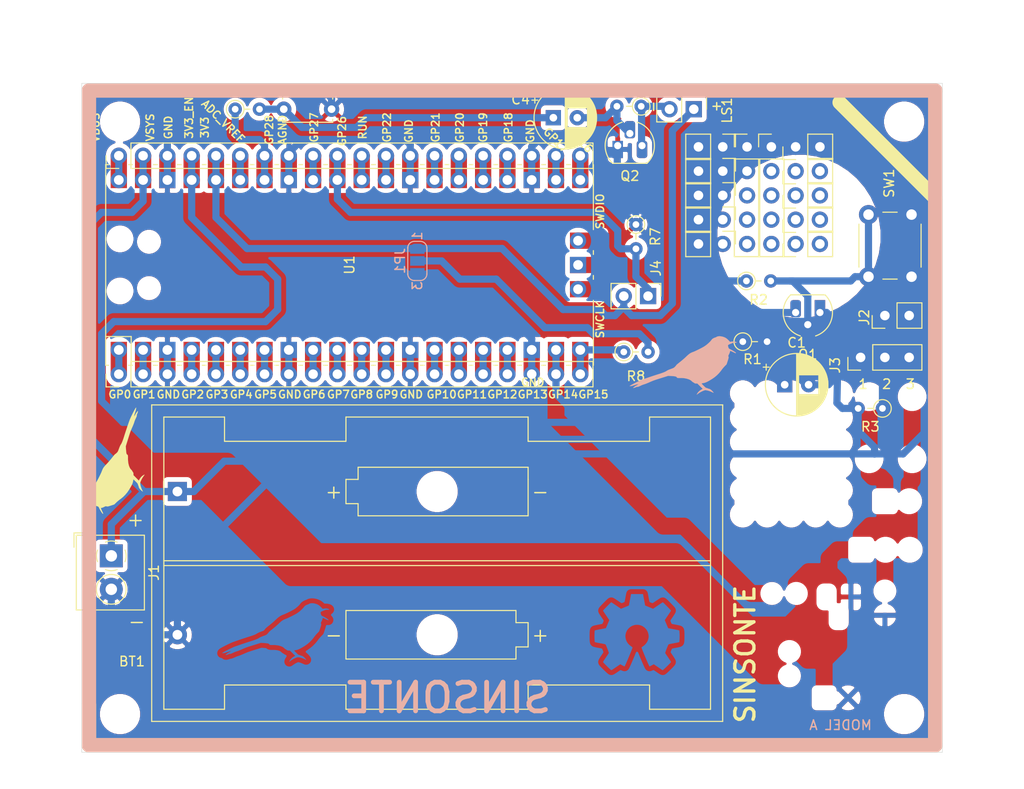
<source format=kicad_pcb>
(kicad_pcb (version 20171130) (host pcbnew 5.1.5+dfsg1-2build2)
  (title_block (title "SINSONTE MODEL B") (company Galopago))
  (layers (0 F.Cu signal) (31 B.Cu signal) (34 B.Paste user) (35 F.Paste user) (36 B.SilkS user) (37 F.SilkS user) (38 B.Mask user) (39 F.Mask user) (44 Edge.Cuts user))
  (net 0 "")
  (net 1 "Net-(U1-Pad43)")
  (net 2 "Net-(U1-Pad42)")
  (net 3 "Net-(U1-Pad41)")
  (net 4 "Net-(BT1-Pad2)")
  (net 5 "Net-(BT1-Pad1)")
  (net 6 "Net-(C1-Pad1)")
  (net 7 "Net-(C2-Pad1)")
  (net 8 "Net-(LS1-Pad2)")
  (net 9 "Net-(JP1-Pad2)")
  (net 10 "Net-(J4-Pad2)")
  (net 11 "Net-(J4-Pad1)")
  (net 12 "Net-(J2-Pad2)")
  (net 13 "Net-(C4-Pad2)")
  (net 14 "Net-(J5-Pad20)")
  (net 15 "Net-(J5-Pad19)")
  (net 16 "Net-(J5-Pad17)")
  (net 17 "Net-(J5-Pad16)")
  (net 18 "Net-(J5-Pad15)")
  (net 19 "Net-(J5-Pad14)")
  (net 20 "Net-(J5-Pad12)")
  (net 21 "Net-(J5-Pad11)")
  (net 22 "Net-(J5-Pad9)")
  (net 23 "Net-(J5-Pad7)")
  (net 24 "Net-(J5-Pad6)")
  (net 25 "Net-(J5-Pad1)")
  (net 26 "Net-(J5-Pad4)")
  (net 27 "Net-(J5-Pad10)")
  (net 28 "Net-(J5-Pad5)")
  (net 29 "Net-(J5-Pad2)")
  (net 30 "Net-(J6-Pad20)")
  (net 31 "Net-(J6-Pad19)")
  (net 32 "Net-(J6-Pad17)")
  (net 33 "Net-(J6-Pad16)")
  (net 34 "Net-(J6-Pad15)")
  (net 35 "Net-(J6-Pad14)")
  (net 36 "Net-(J6-Pad12)")
  (net 37 "Net-(J6-Pad11)")
  (net 38 "Net-(J6-Pad9)")
  (net 39 "Net-(J6-Pad7)")
  (net 40 "Net-(J6-Pad6)")
  (net 41 "Net-(J6-Pad4)")
  (net 42 "Net-(J6-Pad1)")
  (net 43 "Net-(J7-Pad1)")
  (net 44 "Net-(J8-Pad1)")
  (net 45 "Net-(J9-Pad1)")
  (net 46 "Net-(J10-Pad1)")
  (net 47 "Net-(J11-Pad1)")
  (net 48 "Net-(J12-Pad1)")
  (net 49 "Net-(J13-Pad1)")
  (net 50 "Net-(J14-Pad1)")
  (net 51 "Net-(J15-Pad1)")
  (net 52 "Net-(J16-Pad1)")
  (net 53 "Net-(J17-Pad1)")
  (net 54 "Net-(J18-Pad1)")
  (module Battery:BatteryHolder_Keystone_2462_2xAA (layer F.Cu) (at 60 92.71)
    (fp_text reference BT1 (at -4.755 17.78 180) (layer F.SilkS))
    (fp_text value Battery_Cell)
    (fp_text user - (at -4.247 13.589) (layer F.SilkS) (effects (font (size 1.5 1.5))))
    (fp_text user + (at -4.374 2.921) (layer F.SilkS) (effects (font (size 1.5 1.5))))
    (fp_text user - (at 16.355 14.99) (layer F.SilkS) (effects (font (size 1.5 1.5))))
    (fp_text user + (at 37.945 14.99) (layer F.SilkS) (effects (font (size 1.5 1.5))))
    (fp_text user + (at 16.355 0) (layer F.SilkS) (effects (font (size 1.5 1.5))))
    (fp_text user - (at 37.945 0) (layer F.SilkS) (effects (font (size 1.5 1.5))))
    (pad "" np_thru_hole circle (at 27.165 0) (size 3.3 3.3) (drill 3.3) (layers *.Cu *.Mask))
    (pad "" np_thru_hole circle (at 27.165 14.99) (size 3.3 3.3) (drill 3.3) (layers *.Cu *.Mask))
    (pad 2 thru_hole circle (at 0 14.99) (size 2 2) (drill 1.02) (layers *.Cu *.Mask) (net 4 "Net-(BT1-Pad2)"))
    (pad 1 thru_hole rect (at 0 0) (size 2 2) (drill 1.02) (layers *.Cu *.Mask) (net 5 "Net-(BT1-Pad1)"))
  )
  (module Connector_PinHeader_2.54mm:PinHeader_1x02_P2.54mm_Vertical (layer F.Cu) (at 124.6505 56.642 90)
    (fp_text reference J18 hide)
    (fp_text value Conn_01x02_Male)
    (pad 2 thru_hole oval (at 0 2.54 90) (size 1.7 1.7) (drill 1) (layers *.Cu *.Mask) (net 54 "Net-(J18-Pad1)"))
    (pad 1 thru_hole circle (at 0 0 90) (size 1.7 1.7) (drill 1) (layers *.Cu *.Mask) (net 54 "Net-(J18-Pad1)"))
  )
  (module Connector_PinHeader_2.54mm:PinHeader_1x02_P2.54mm_Vertical (layer F.Cu) (at 124.6505 59.182 90)
    (fp_text reference J17 hide)
    (fp_text value Conn_01x02_Male)
    (pad 2 thru_hole oval (at 0 2.54 90) (size 1.7 1.7) (drill 1) (layers *.Cu *.Mask) (net 53 "Net-(J17-Pad1)"))
    (pad 1 thru_hole circle (at 0 0 90) (size 1.7 1.7) (drill 1) (layers *.Cu *.Mask) (net 53 "Net-(J17-Pad1)"))
  )
  (module Connector_PinHeader_2.54mm:PinHeader_1x02_P2.54mm_Vertical (layer F.Cu) (at 124.6505 61.722 90)
    (fp_text reference J16 hide)
    (fp_text value Conn_01x02_Male)
    (pad 2 thru_hole oval (at 0 2.54 90) (size 1.7 1.7) (drill 1) (layers *.Cu *.Mask) (net 52 "Net-(J16-Pad1)"))
    (pad 1 thru_hole circle (at 0 0 90) (size 1.7 1.7) (drill 1) (layers *.Cu *.Mask) (net 52 "Net-(J16-Pad1)"))
  )
  (module Connector_PinHeader_2.54mm:PinHeader_1x02_P2.54mm_Vertical (layer F.Cu) (at 124.6505 64.262 90)
    (fp_text reference J15 hide)
    (fp_text value Conn_01x02_Male)
    (pad 2 thru_hole oval (at 0 2.54 90) (size 1.7 1.7) (drill 1) (layers *.Cu *.Mask) (net 51 "Net-(J15-Pad1)"))
    (pad 1 thru_hole circle (at 0 0 90) (size 1.7 1.7) (drill 1) (layers *.Cu *.Mask) (net 51 "Net-(J15-Pad1)"))
  )
  (module Connector_PinHeader_2.54mm:PinHeader_1x02_P2.54mm_Vertical (layer F.Cu) (at 124.6505 66.802 90)
    (fp_text reference J14 hide)
    (fp_text value Conn_01x02_Male)
    (pad 2 thru_hole oval (at 0 2.54 90) (size 1.7 1.7) (drill 1) (layers *.Cu *.Mask) (net 50 "Net-(J14-Pad1)"))
    (pad 1 thru_hole circle (at 0 0 90) (size 1.7 1.7) (drill 1) (layers *.Cu *.Mask) (net 50 "Net-(J14-Pad1)"))
  )
  (module Connector_PinHeader_2.54mm:PinHeader_1x02_P2.54mm_Vertical (layer F.Cu) (at 117.0305 56.642 270)
    (fp_text reference J13 hide)
    (fp_text value Conn_01x02_Male)
    (pad 2 thru_hole oval (at 0 2.54 270) (size 1.7 1.7) (drill 1) (layers *.Cu *.Mask) (net 49 "Net-(J13-Pad1)"))
    (pad 1 thru_hole circle (at 0 0 270) (size 1.7 1.7) (drill 1) (layers *.Cu *.Mask) (net 49 "Net-(J13-Pad1)"))
  )
  (module Connector_PinHeader_2.54mm:PinHeader_1x02_P2.54mm_Vertical (layer F.Cu) (at 117.0305 59.182 270)
    (fp_text reference J12 hide)
    (fp_text value Conn_01x02_Male)
    (pad 2 thru_hole oval (at 0 2.54 270) (size 1.7 1.7) (drill 1) (layers *.Cu *.Mask) (net 48 "Net-(J12-Pad1)"))
    (pad 1 thru_hole circle (at 0 0 270) (size 1.7 1.7) (drill 1) (layers *.Cu *.Mask) (net 48 "Net-(J12-Pad1)"))
  )
  (module Connector_PinHeader_2.54mm:PinHeader_1x02_P2.54mm_Vertical (layer F.Cu) (at 117.0305 61.722 270)
    (fp_text reference J11 hide)
    (fp_text value Conn_01x02_Male)
    (pad 2 thru_hole oval (at 0 2.54 270) (size 1.7 1.7) (drill 1) (layers *.Cu *.Mask) (net 47 "Net-(J11-Pad1)"))
    (pad 1 thru_hole circle (at 0 0 270) (size 1.7 1.7) (drill 1) (layers *.Cu *.Mask) (net 47 "Net-(J11-Pad1)"))
  )
  (module Connector_PinHeader_2.54mm:PinHeader_1x02_P2.54mm_Vertical (layer F.Cu) (at 117.0305 64.262 270)
    (fp_text reference J10 hide)
    (fp_text value Conn_01x02_Male)
    (pad 2 thru_hole oval (at 0 2.54 270) (size 1.7 1.7) (drill 1) (layers *.Cu *.Mask) (net 46 "Net-(J10-Pad1)"))
    (pad 1 thru_hole circle (at 0 0 270) (size 1.7 1.7) (drill 1) (layers *.Cu *.Mask) (net 46 "Net-(J10-Pad1)"))
  )
  (module Connector_PinHeader_2.54mm:PinHeader_1x02_P2.54mm_Vertical (layer F.Cu) (at 117.0305 66.802 270)
    (fp_text reference J9 hide)
    (fp_text value Conn_01x02_Male)
    (pad 2 thru_hole oval (at 0 2.54 270) (size 1.7 1.7) (drill 1) (layers *.Cu *.Mask) (net 45 "Net-(J9-Pad1)"))
    (pad 1 thru_hole circle (at 0 0 270) (size 1.7 1.7) (drill 1) (layers *.Cu *.Mask) (net 45 "Net-(J9-Pad1)"))
  )
  (module Connector_PinHeader_2.54mm:PinHeader_1x05_P2.54mm_Vertical (layer F.Cu) (at 119.5705 56.642)
    (fp_text reference J7 hide)
    (fp_text value Conn_01x05_Male)
    (pad 5 thru_hole oval (at 0 10.16) (size 1.7 1.7) (drill 1) (layers *.Cu *.Mask) (net 43 "Net-(J7-Pad1)"))
    (pad 4 thru_hole oval (at 0 7.62) (size 1.7 1.7) (drill 1) (layers *.Cu *.Mask) (net 43 "Net-(J7-Pad1)"))
    (pad 3 thru_hole oval (at 0 5.08) (size 1.7 1.7) (drill 1) (layers *.Cu *.Mask) (net 43 "Net-(J7-Pad1)"))
    (pad 2 thru_hole oval (at 0 2.54) (size 1.7 1.7) (drill 1) (layers *.Cu *.Mask) (net 43 "Net-(J7-Pad1)"))
    (pad 1 thru_hole circle (at 0 0) (size 1.7 1.7) (drill 1) (layers *.Cu *.Mask) (net 43 "Net-(J7-Pad1)"))
  )
  (module Connector_PinHeader_2.54mm:PinHeader_1x05_P2.54mm_Vertical (layer F.Cu) (at 122.1105 56.642)
    (fp_text reference J8 hide)
    (fp_text value Conn_01x05_Male)
    (pad 5 thru_hole oval (at 0 10.16) (size 1.7 1.7) (drill 1) (layers *.Cu *.Mask) (net 44 "Net-(J8-Pad1)"))
    (pad 4 thru_hole oval (at 0 7.62) (size 1.7 1.7) (drill 1) (layers *.Cu *.Mask) (net 44 "Net-(J8-Pad1)"))
    (pad 3 thru_hole oval (at 0 5.08) (size 1.7 1.7) (drill 1) (layers *.Cu *.Mask) (net 44 "Net-(J8-Pad1)"))
    (pad 2 thru_hole oval (at 0 2.54) (size 1.7 1.7) (drill 1) (layers *.Cu *.Mask) (net 44 "Net-(J8-Pad1)"))
    (pad 1 thru_hole circle (at 0 0) (size 1.7 1.7) (drill 1) (layers *.Cu *.Mask) (net 44 "Net-(J8-Pad1)"))
  )
  (module Connector_PinHeader_2.54mm:PinHeader_1x20_P2.54mm_Vertical (layer F.Cu) (at 53.87 57.57 90)
    (fp_text reference J6 hide)
    (fp_text value Conn_01x20_Male)
    (pad 20 thru_hole oval (at 0 48.26 90) (size 1.7 1.7) (drill 1) (layers *.Cu *.Mask) (net 30 "Net-(J6-Pad20)"))
    (pad 19 thru_hole oval (at 0 45.72 90) (size 1.7 1.7) (drill 1) (layers *.Cu *.Mask) (net 31 "Net-(J6-Pad19)"))
    (pad 18 thru_hole oval (at 0 43.18 90) (size 1.7 1.7) (drill 1) (layers *.Cu *.Mask) (net 4 "Net-(BT1-Pad2)"))
    (pad 17 thru_hole oval (at 0 40.64 90) (size 1.7 1.7) (drill 1) (layers *.Cu *.Mask) (net 32 "Net-(J6-Pad17)"))
    (pad 16 thru_hole oval (at 0 38.1 90) (size 1.7 1.7) (drill 1) (layers *.Cu *.Mask) (net 33 "Net-(J6-Pad16)"))
    (pad 15 thru_hole oval (at 0 35.56 90) (size 1.7 1.7) (drill 1) (layers *.Cu *.Mask) (net 34 "Net-(J6-Pad15)"))
    (pad 14 thru_hole oval (at 0 33.02 90) (size 1.7 1.7) (drill 1) (layers *.Cu *.Mask) (net 35 "Net-(J6-Pad14)"))
    (pad 13 thru_hole oval (at 0 30.48 90) (size 1.7 1.7) (drill 1) (layers *.Cu *.Mask) (net 4 "Net-(BT1-Pad2)"))
    (pad 12 thru_hole oval (at 0 27.94 90) (size 1.7 1.7) (drill 1) (layers *.Cu *.Mask) (net 36 "Net-(J6-Pad12)"))
    (pad 11 thru_hole oval (at 0 25.4 90) (size 1.7 1.7) (drill 1) (layers *.Cu *.Mask) (net 37 "Net-(J6-Pad11)"))
    (pad 10 thru_hole oval (at 0 22.86 90) (size 1.7 1.7) (drill 1) (layers *.Cu *.Mask) (net 11 "Net-(J4-Pad1)"))
    (pad 9 thru_hole oval (at 0 20.32 90) (size 1.7 1.7) (drill 1) (layers *.Cu *.Mask) (net 38 "Net-(J6-Pad9)"))
    (pad 8 thru_hole oval (at 0 17.78 90) (size 1.7 1.7) (drill 1) (layers *.Cu *.Mask) (net 4 "Net-(BT1-Pad2)"))
    (pad 7 thru_hole oval (at 0 15.24 90) (size 1.7 1.7) (drill 1) (layers *.Cu *.Mask) (net 39 "Net-(J6-Pad7)"))
    (pad 6 thru_hole oval (at 0 12.7 90) (size 1.7 1.7) (drill 1) (layers *.Cu *.Mask) (net 40 "Net-(J6-Pad6)"))
    (pad 5 thru_hole oval (at 0 10.16 90) (size 1.7 1.7) (drill 1) (layers *.Cu *.Mask) (net 10 "Net-(J4-Pad2)"))
    (pad 4 thru_hole oval (at 0 7.62 90) (size 1.7 1.7) (drill 1) (layers *.Cu *.Mask) (net 41 "Net-(J6-Pad4)"))
    (pad 3 thru_hole oval (at 0 5.08 90) (size 1.7 1.7) (drill 1) (layers *.Cu *.Mask) (net 4 "Net-(BT1-Pad2)"))
    (pad 2 thru_hole oval (at 0 2.54 90) (size 1.7 1.7) (drill 1) (layers *.Cu *.Mask) (net 5 "Net-(BT1-Pad1)"))
    (pad 1 thru_hole circle (at 0 0 90) (size 1.7 1.7) (drill 1) (layers *.Cu *.Mask) (net 42 "Net-(J6-Pad1)"))
  )
  (module Connector_PinHeader_2.54mm:PinHeader_1x20_P2.54mm_Vertical (layer F.Cu) (at 53.87 80.43 90)
    (fp_text reference J5 hide)
    (fp_text value Conn_01x20_Male)
    (pad 20 thru_hole oval (at 0 48.26 90) (size 1.7 1.7) (drill 1) (layers *.Cu *.Mask) (net 14 "Net-(J5-Pad20)"))
    (pad 19 thru_hole oval (at 0 45.72 90) (size 1.7 1.7) (drill 1) (layers *.Cu *.Mask) (net 15 "Net-(J5-Pad19)"))
    (pad 18 thru_hole oval (at 0 43.18 90) (size 1.7 1.7) (drill 1) (layers *.Cu *.Mask) (net 4 "Net-(BT1-Pad2)"))
    (pad 17 thru_hole oval (at 0 40.64 90) (size 1.7 1.7) (drill 1) (layers *.Cu *.Mask) (net 16 "Net-(J5-Pad17)"))
    (pad 16 thru_hole oval (at 0 38.1 90) (size 1.7 1.7) (drill 1) (layers *.Cu *.Mask) (net 17 "Net-(J5-Pad16)"))
    (pad 15 thru_hole oval (at 0 35.56 90) (size 1.7 1.7) (drill 1) (layers *.Cu *.Mask) (net 18 "Net-(J5-Pad15)"))
    (pad 14 thru_hole oval (at 0 33.02 90) (size 1.7 1.7) (drill 1) (layers *.Cu *.Mask) (net 19 "Net-(J5-Pad14)"))
    (pad 13 thru_hole oval (at 0 30.48 90) (size 1.7 1.7) (drill 1) (layers *.Cu *.Mask) (net 4 "Net-(BT1-Pad2)"))
    (pad 12 thru_hole oval (at 0 27.94 90) (size 1.7 1.7) (drill 1) (layers *.Cu *.Mask) (net 20 "Net-(J5-Pad12)"))
    (pad 11 thru_hole oval (at 0 25.4 90) (size 1.7 1.7) (drill 1) (layers *.Cu *.Mask) (net 21 "Net-(J5-Pad11)"))
    (pad 10 thru_hole oval (at 0 22.86 90) (size 1.7 1.7) (drill 1) (layers *.Cu *.Mask) (net 27 "Net-(J5-Pad10)"))
    (pad 9 thru_hole oval (at 0 20.32 90) (size 1.7 1.7) (drill 1) (layers *.Cu *.Mask) (net 22 "Net-(J5-Pad9)"))
    (pad 8 thru_hole oval (at 0 17.78 90) (size 1.7 1.7) (drill 1) (layers *.Cu *.Mask) (net 4 "Net-(BT1-Pad2)"))
    (pad 7 thru_hole oval (at 0 15.24 90) (size 1.7 1.7) (drill 1) (layers *.Cu *.Mask) (net 23 "Net-(J5-Pad7)"))
    (pad 6 thru_hole oval (at 0 12.7 90) (size 1.7 1.7) (drill 1) (layers *.Cu *.Mask) (net 24 "Net-(J5-Pad6)"))
    (pad 5 thru_hole oval (at 0 10.16 90) (size 1.7 1.7) (drill 1) (layers *.Cu *.Mask) (net 28 "Net-(J5-Pad5)"))
    (pad 4 thru_hole oval (at 0 7.62 90) (size 1.7 1.7) (drill 1) (layers *.Cu *.Mask) (net 26 "Net-(J5-Pad4)"))
    (pad 3 thru_hole oval (at 0 5.08 90) (size 1.7 1.7) (drill 1) (layers *.Cu *.Mask) (net 4 "Net-(BT1-Pad2)"))
    (pad 2 thru_hole oval (at 0 2.54 90) (size 1.7 1.7) (drill 1) (layers *.Cu *.Mask) (net 29 "Net-(J5-Pad2)"))
    (pad 1 thru_hole circle (at 0 0 90) (size 1.7 1.7) (drill 1) (layers *.Cu *.Mask) (net 25 "Net-(J5-Pad1)"))
  )
  (module MCU_RaspberryPi_and_Boards:RPi_Pico_SMD_TH (layer F.Cu) (at 78 69 90)
    (fp_text reference U1 (at 0 0 90) (layer F.SilkS))
    (fp_text value Pico)
    (fp_text user SWDIO (at 5.6 26.2 90) (layer F.SilkS) (effects (font (size 0.8 0.8))))
    (fp_text user SWCLK (at -5.7 26.2 90) (layer F.SilkS) (effects (font (size 0.8 0.8))))
    (fp_text user AGND (at 14.136 -7.007 90) (layer F.SilkS) (effects (font (size 0.8 0.8))))
    (fp_text user GND (at 14.39 -18.945 90) (layer F.SilkS) (effects (font (size 0.8 0.8))))
    (fp_text user GND (at 14.009 6.201 90) (layer F.SilkS) (effects (font (size 0.8 0.8))))
    (fp_text user GND (at 14.009 18.901 90) (layer F.SilkS) (effects (font (size 0.8 0.8))))
    (fp_text user GND (at -12.28 19.155 180) (layer F.SilkS) (effects (font (size 0.8 0.8))))
    (fp_text user GND (at -13.55 6.455 180) (layer F.SilkS) (effects (font (size 0.8 0.8))))
    (fp_text user GND (at -13.55 -6.245 180) (layer F.SilkS) (effects (font (size 0.8 0.8))))
    (fp_text user GND (at -13.55 -18.945 180) (layer F.SilkS) (effects (font (size 0.8 0.8))))
    (fp_text user VBUS (at 14.39 -26.565 90) (layer F.SilkS) (effects (font (size 0.8 0.8))))
    (fp_text user VSYS (at 14.39 -20.85 90) (layer F.SilkS) (effects (font (size 0.8 0.8))))
    (fp_text user 3V3_EN (at 15.406 -16.786 90) (layer F.SilkS) (effects (font (size 0.8 0.8))))
    (fp_text user 3V3 (at 14.39 -15.135 90) (layer F.SilkS) (effects (font (size 0.8 0.8))))
    (fp_text user ADC_VREF (at 15.025 -13.23 -45) (layer F.SilkS) (effects (font (size 0.8 0.8))))
    (fp_text user GP28 (at 14.136 -8.404 90) (layer F.SilkS) (effects (font (size 0.8 0.8))))
    (fp_text user GP27 (at 14.39 -3.705 90) (layer F.SilkS) (effects (font (size 0.8 0.8))))
    (fp_text user GP26 (at 14.009 -0.784 90) (layer F.SilkS) (effects (font (size 0.8 0.8))))
    (fp_text user RUN (at 14.39 1.375 90) (layer F.SilkS) (effects (font (size 0.8 0.8))))
    (fp_text user GP22 (at 14.39 3.915 90) (layer F.SilkS) (effects (font (size 0.8 0.8))))
    (fp_text user GP21 (at 14.39 8.995 90) (layer F.SilkS) (effects (font (size 0.8 0.8))))
    (fp_text user GP20 (at 14.39 11.535 90) (layer F.SilkS) (effects (font (size 0.8 0.8))))
    (fp_text user GP19 (at 14.39 13.97 90) (layer F.SilkS) (effects (font (size 0.8 0.8))))
    (fp_text user GP18 (at 14.39 16.615 90) (layer F.SilkS) (effects (font (size 0.8 0.8))))
    (fp_text user GP17 (at 13.054 21.59 135) (layer F.SilkS) (effects (font (size 0.8 0.8))))
    (fp_text user GP16 (at 13.054 24.13 135) (layer F.SilkS) (effects (font (size 0.8 0.8))))
    (fp_text user GP15 (at -13.55 25.505 180) (layer F.SilkS) (effects (font (size 0.8 0.8))))
    (fp_text user GP14 (at -13.55 22.33 180) (layer F.SilkS) (effects (font (size 0.8 0.8))))
    (fp_text user GP13 (at -13.55 19.155 180) (layer F.SilkS) (effects (font (size 0.8 0.8))))
    (fp_text user GP12 (at -13.55 15.98 180) (layer F.SilkS) (effects (font (size 0.8 0.8))))
    (fp_text user GP11 (at -13.55 12.805 180) (layer F.SilkS) (effects (font (size 0.8 0.8))))
    (fp_text user GP10 (at -13.55 9.63 180) (layer F.SilkS) (effects (font (size 0.8 0.8))))
    (fp_text user GP9 (at -13.55 3.915 180) (layer F.SilkS) (effects (font (size 0.8 0.8))))
    (fp_text user GP8 (at -13.55 1.27 180) (layer F.SilkS) (effects (font (size 0.8 0.8))))
    (fp_text user GP7 (at -13.55 -1.165 180) (layer F.SilkS) (effects (font (size 0.8 0.8))))
    (fp_text user GP6 (at -13.55 -3.705 180) (layer F.SilkS) (effects (font (size 0.8 0.8))))
    (fp_text user GP5 (at -13.55 -8.785 180) (layer F.SilkS) (effects (font (size 0.8 0.8))))
    (fp_text user GP4 (at -13.55 -11.325 180) (layer F.SilkS) (effects (font (size 0.8 0.8))))
    (fp_text user GP3 (at -13.55 -13.865 180) (layer F.SilkS) (effects (font (size 0.8 0.8))))
    (fp_text user GP0 (at -13.55 -24.025 180) (layer F.SilkS) (effects (font (size 0.8 0.8))))
    (fp_text user GP2 (at -13.55 -16.405 180) (layer F.SilkS) (effects (font (size 0.8 0.8))))
    (fp_text user GP1 (at -13.55 -21.485 180) (layer F.SilkS) (effects (font (size 0.8 0.8))))
    (pad 43 thru_hole oval (at 2.54 23.9 90) (size 1.7 1.7) (drill 1.02) (layers *.Cu *.Mask) (net 1 "Net-(U1-Pad43)"))
    (pad 43 smd rect (at 2.54 23.9 180) (size 3.5 1.7) (drill (offset -0.9 0)) (layers F.Cu F.Mask) (net 1 "Net-(U1-Pad43)"))
    (pad 42 thru_hole rect (at 0 23.9 90) (size 1.7 1.7) (drill 1.02) (layers *.Cu *.Mask) (net 2 "Net-(U1-Pad42)"))
    (pad 42 smd rect (at 0 23.9 180) (size 3.5 1.7) (drill (offset -0.9 0)) (layers F.Cu F.Mask) (net 2 "Net-(U1-Pad42)"))
    (pad 41 thru_hole oval (at -2.54 23.9 90) (size 1.7 1.7) (drill 1.02) (layers *.Cu *.Mask) (net 3 "Net-(U1-Pad41)"))
    (pad 41 smd rect (at -2.54 23.9 180) (size 3.5 1.7) (drill (offset -0.9 0)) (layers F.Cu F.Mask) (net 3 "Net-(U1-Pad41)"))
    (pad "" np_thru_hole oval (at 2.425 -20.97 90) (size 1.5 1.5) (drill 1.5) (layers *.Cu *.Mask))
    (pad "" np_thru_hole oval (at -2.425 -20.97 90) (size 1.5 1.5) (drill 1.5) (layers *.Cu *.Mask))
    (pad "" np_thru_hole oval (at 2.725 -24 90) (size 1.8 1.8) (drill 1.8) (layers *.Cu *.Mask))
    (pad "" np_thru_hole oval (at -2.725 -24 90) (size 1.8 1.8) (drill 1.8) (layers *.Cu *.Mask))
    (pad 21 smd rect (at 8.89 24.13 90) (size 3.5 1.7) (drill (offset 0.9 0)) (layers F.Cu F.Mask) (net 30 "Net-(J6-Pad20)"))
    (pad 22 smd rect (at 8.89 21.59 90) (size 3.5 1.7) (drill (offset 0.9 0)) (layers F.Cu F.Mask) (net 31 "Net-(J6-Pad19)"))
    (pad 23 smd rect (at 8.89 19.05 90) (size 3.5 1.7) (drill (offset 0.9 0)) (layers F.Cu F.Mask) (net 4 "Net-(BT1-Pad2)"))
    (pad 24 smd rect (at 8.89 16.51 90) (size 3.5 1.7) (drill (offset 0.9 0)) (layers F.Cu F.Mask) (net 32 "Net-(J6-Pad17)"))
    (pad 25 smd rect (at 8.89 13.97 90) (size 3.5 1.7) (drill (offset 0.9 0)) (layers F.Cu F.Mask) (net 33 "Net-(J6-Pad16)"))
    (pad 26 smd rect (at 8.89 11.43 90) (size 3.5 1.7) (drill (offset 0.9 0)) (layers F.Cu F.Mask) (net 34 "Net-(J6-Pad15)"))
    (pad 27 smd rect (at 8.89 8.89 90) (size 3.5 1.7) (drill (offset 0.9 0)) (layers F.Cu F.Mask) (net 35 "Net-(J6-Pad14)"))
    (pad 28 smd rect (at 8.89 6.35 90) (size 3.5 1.7) (drill (offset 0.9 0)) (layers F.Cu F.Mask) (net 4 "Net-(BT1-Pad2)"))
    (pad 29 smd rect (at 8.89 3.81 90) (size 3.5 1.7) (drill (offset 0.9 0)) (layers F.Cu F.Mask) (net 36 "Net-(J6-Pad12)"))
    (pad 30 smd rect (at 8.89 1.27 90) (size 3.5 1.7) (drill (offset 0.9 0)) (layers F.Cu F.Mask) (net 37 "Net-(J6-Pad11)"))
    (pad 31 smd rect (at 8.89 -1.27 90) (size 3.5 1.7) (drill (offset 0.9 0)) (layers F.Cu F.Mask) (net 11 "Net-(J4-Pad1)"))
    (pad 32 smd rect (at 8.89 -3.81 90) (size 3.5 1.7) (drill (offset 0.9 0)) (layers F.Cu F.Mask) (net 38 "Net-(J6-Pad9)"))
    (pad 33 smd rect (at 8.89 -6.35 90) (size 3.5 1.7) (drill (offset 0.9 0)) (layers F.Cu F.Mask) (net 4 "Net-(BT1-Pad2)"))
    (pad 34 smd rect (at 8.89 -8.89 90) (size 3.5 1.7) (drill (offset 0.9 0)) (layers F.Cu F.Mask) (net 39 "Net-(J6-Pad7)"))
    (pad 35 smd rect (at 8.89 -11.43 90) (size 3.5 1.7) (drill (offset 0.9 0)) (layers F.Cu F.Mask) (net 40 "Net-(J6-Pad6)"))
    (pad 36 smd rect (at 8.89 -13.97 90) (size 3.5 1.7) (drill (offset 0.9 0)) (layers F.Cu F.Mask) (net 10 "Net-(J4-Pad2)"))
    (pad 37 smd rect (at 8.89 -16.51 90) (size 3.5 1.7) (drill (offset 0.9 0)) (layers F.Cu F.Mask) (net 41 "Net-(J6-Pad4)"))
    (pad 38 smd rect (at 8.89 -19.05 90) (size 3.5 1.7) (drill (offset 0.9 0)) (layers F.Cu F.Mask) (net 4 "Net-(BT1-Pad2)"))
    (pad 39 smd rect (at 8.89 -21.59 90) (size 3.5 1.7) (drill (offset 0.9 0)) (layers F.Cu F.Mask) (net 5 "Net-(BT1-Pad1)"))
    (pad 40 smd rect (at 8.89 -24.13 90) (size 3.5 1.7) (drill (offset 0.9 0)) (layers F.Cu F.Mask) (net 42 "Net-(J6-Pad1)"))
    (pad 20 smd rect (at -8.89 24.13 90) (size 3.5 1.7) (drill (offset -0.9 0)) (layers F.Cu F.Mask) (net 14 "Net-(J5-Pad20)"))
    (pad 19 smd rect (at -8.89 21.59 90) (size 3.5 1.7) (drill (offset -0.9 0)) (layers F.Cu F.Mask) (net 15 "Net-(J5-Pad19)"))
    (pad 18 smd rect (at -8.89 19.05 90) (size 3.5 1.7) (drill (offset -0.9 0)) (layers F.Cu F.Mask) (net 4 "Net-(BT1-Pad2)"))
    (pad 17 smd rect (at -8.89 16.51 90) (size 3.5 1.7) (drill (offset -0.9 0)) (layers F.Cu F.Mask) (net 16 "Net-(J5-Pad17)"))
    (pad 16 smd rect (at -8.89 13.97 90) (size 3.5 1.7) (drill (offset -0.9 0)) (layers F.Cu F.Mask) (net 17 "Net-(J5-Pad16)"))
    (pad 15 smd rect (at -8.89 11.43 90) (size 3.5 1.7) (drill (offset -0.9 0)) (layers F.Cu F.Mask) (net 18 "Net-(J5-Pad15)"))
    (pad 14 smd rect (at -8.89 8.89 90) (size 3.5 1.7) (drill (offset -0.9 0)) (layers F.Cu F.Mask) (net 19 "Net-(J5-Pad14)"))
    (pad 13 smd rect (at -8.89 6.35 90) (size 3.5 1.7) (drill (offset -0.9 0)) (layers F.Cu F.Mask) (net 4 "Net-(BT1-Pad2)"))
    (pad 12 smd rect (at -8.89 3.81 90) (size 3.5 1.7) (drill (offset -0.9 0)) (layers F.Cu F.Mask) (net 20 "Net-(J5-Pad12)"))
    (pad 11 smd rect (at -8.89 1.27 90) (size 3.5 1.7) (drill (offset -0.9 0)) (layers F.Cu F.Mask) (net 21 "Net-(J5-Pad11)"))
    (pad 10 smd rect (at -8.89 -1.27 90) (size 3.5 1.7) (drill (offset -0.9 0)) (layers F.Cu F.Mask) (net 27 "Net-(J5-Pad10)"))
    (pad 9 smd rect (at -8.89 -3.81 90) (size 3.5 1.7) (drill (offset -0.9 0)) (layers F.Cu F.Mask) (net 22 "Net-(J5-Pad9)"))
    (pad 8 smd rect (at -8.89 -6.35 90) (size 3.5 1.7) (drill (offset -0.9 0)) (layers F.Cu F.Mask) (net 4 "Net-(BT1-Pad2)"))
    (pad 7 smd rect (at -8.89 -8.89 90) (size 3.5 1.7) (drill (offset -0.9 0)) (layers F.Cu F.Mask) (net 23 "Net-(J5-Pad7)"))
    (pad 6 smd rect (at -8.89 -11.43 90) (size 3.5 1.7) (drill (offset -0.9 0)) (layers F.Cu F.Mask) (net 24 "Net-(J5-Pad6)"))
    (pad 5 smd rect (at -8.89 -13.97 90) (size 3.5 1.7) (drill (offset -0.9 0)) (layers F.Cu F.Mask) (net 28 "Net-(J5-Pad5)"))
    (pad 4 smd rect (at -8.89 -16.51 90) (size 3.5 1.7) (drill (offset -0.9 0)) (layers F.Cu F.Mask) (net 26 "Net-(J5-Pad4)"))
    (pad 3 smd rect (at -8.89 -19.05 90) (size 3.5 1.7) (drill (offset -0.9 0)) (layers F.Cu F.Mask) (net 4 "Net-(BT1-Pad2)"))
    (pad 2 smd rect (at -8.89 -21.59 90) (size 3.5 1.7) (drill (offset -0.9 0)) (layers F.Cu F.Mask) (net 29 "Net-(J5-Pad2)"))
    (pad 1 smd rect (at -8.89 -24.13 90) (size 3.5 1.7) (drill (offset -0.9 0)) (layers F.Cu F.Mask) (net 25 "Net-(J5-Pad1)"))
    (pad 40 thru_hole oval (at 8.89 -24.13 90) (size 1.7 1.7) (drill 1.02) (layers *.Cu *.Mask) (net 42 "Net-(J6-Pad1)"))
    (pad 39 thru_hole oval (at 8.89 -21.59 90) (size 1.7 1.7) (drill 1.02) (layers *.Cu *.Mask) (net 5 "Net-(BT1-Pad1)"))
    (pad 38 thru_hole rect (at 8.89 -19.05 90) (size 1.7 1.7) (drill 1.02) (layers *.Cu *.Mask) (net 4 "Net-(BT1-Pad2)"))
    (pad 37 thru_hole oval (at 8.89 -16.51 90) (size 1.7 1.7) (drill 1.02) (layers *.Cu *.Mask) (net 41 "Net-(J6-Pad4)"))
    (pad 36 thru_hole oval (at 8.89 -13.97 90) (size 1.7 1.7) (drill 1.02) (layers *.Cu *.Mask) (net 10 "Net-(J4-Pad2)"))
    (pad 35 thru_hole oval (at 8.89 -11.43 90) (size 1.7 1.7) (drill 1.02) (layers *.Cu *.Mask) (net 40 "Net-(J6-Pad6)"))
    (pad 34 thru_hole oval (at 8.89 -8.89 90) (size 1.7 1.7) (drill 1.02) (layers *.Cu *.Mask) (net 39 "Net-(J6-Pad7)"))
    (pad 33 thru_hole rect (at 8.89 -6.35 90) (size 1.7 1.7) (drill 1.02) (layers *.Cu *.Mask) (net 4 "Net-(BT1-Pad2)"))
    (pad 32 thru_hole oval (at 8.89 -3.81 90) (size 1.7 1.7) (drill 1.02) (layers *.Cu *.Mask) (net 38 "Net-(J6-Pad9)"))
    (pad 31 thru_hole oval (at 8.89 -1.27 90) (size 1.7 1.7) (drill 1.02) (layers *.Cu *.Mask) (net 11 "Net-(J4-Pad1)"))
    (pad 30 thru_hole oval (at 8.89 1.27 90) (size 1.7 1.7) (drill 1.02) (layers *.Cu *.Mask) (net 37 "Net-(J6-Pad11)"))
    (pad 29 thru_hole oval (at 8.89 3.81 90) (size 1.7 1.7) (drill 1.02) (layers *.Cu *.Mask) (net 36 "Net-(J6-Pad12)"))
    (pad 28 thru_hole rect (at 8.89 6.35 90) (size 1.7 1.7) (drill 1.02) (layers *.Cu *.Mask) (net 4 "Net-(BT1-Pad2)"))
    (pad 27 thru_hole oval (at 8.89 8.89 90) (size 1.7 1.7) (drill 1.02) (layers *.Cu *.Mask) (net 35 "Net-(J6-Pad14)"))
    (pad 26 thru_hole oval (at 8.89 11.43 90) (size 1.7 1.7) (drill 1.02) (layers *.Cu *.Mask) (net 34 "Net-(J6-Pad15)"))
    (pad 25 thru_hole oval (at 8.89 13.97 90) (size 1.7 1.7) (drill 1.02) (layers *.Cu *.Mask) (net 33 "Net-(J6-Pad16)"))
    (pad 24 thru_hole oval (at 8.89 16.51 90) (size 1.7 1.7) (drill 1.02) (layers *.Cu *.Mask) (net 32 "Net-(J6-Pad17)"))
    (pad 23 thru_hole rect (at 8.89 19.05 90) (size 1.7 1.7) (drill 1.02) (layers *.Cu *.Mask) (net 4 "Net-(BT1-Pad2)"))
    (pad 22 thru_hole oval (at 8.89 21.59 90) (size 1.7 1.7) (drill 1.02) (layers *.Cu *.Mask) (net 31 "Net-(J6-Pad19)"))
    (pad 21 thru_hole oval (at 8.89 24.13 90) (size 1.7 1.7) (drill 1.02) (layers *.Cu *.Mask) (net 30 "Net-(J6-Pad20)"))
    (pad 20 thru_hole oval (at -8.89 24.13 90) (size 1.7 1.7) (drill 1.02) (layers *.Cu *.Mask) (net 14 "Net-(J5-Pad20)"))
    (pad 19 thru_hole oval (at -8.89 21.59 90) (size 1.7 1.7) (drill 1.02) (layers *.Cu *.Mask) (net 15 "Net-(J5-Pad19)"))
    (pad 18 thru_hole rect (at -8.89 19.05 90) (size 1.7 1.7) (drill 1.02) (layers *.Cu *.Mask) (net 4 "Net-(BT1-Pad2)"))
    (pad 17 thru_hole oval (at -8.89 16.51 90) (size 1.7 1.7) (drill 1.02) (layers *.Cu *.Mask) (net 16 "Net-(J5-Pad17)"))
    (pad 16 thru_hole oval (at -8.89 13.97 90) (size 1.7 1.7) (drill 1.02) (layers *.Cu *.Mask) (net 17 "Net-(J5-Pad16)"))
    (pad 15 thru_hole oval (at -8.89 11.43 90) (size 1.7 1.7) (drill 1.02) (layers *.Cu *.Mask) (net 18 "Net-(J5-Pad15)"))
    (pad 14 thru_hole oval (at -8.89 8.89 90) (size 1.7 1.7) (drill 1.02) (layers *.Cu *.Mask) (net 19 "Net-(J5-Pad14)"))
    (pad 13 thru_hole rect (at -8.89 6.35 90) (size 1.7 1.7) (drill 1.02) (layers *.Cu *.Mask) (net 4 "Net-(BT1-Pad2)"))
    (pad 12 thru_hole oval (at -8.89 3.81 90) (size 1.7 1.7) (drill 1.02) (layers *.Cu *.Mask) (net 20 "Net-(J5-Pad12)"))
    (pad 11 thru_hole oval (at -8.89 1.27 90) (size 1.7 1.7) (drill 1.02) (layers *.Cu *.Mask) (net 21 "Net-(J5-Pad11)"))
    (pad 10 thru_hole oval (at -8.89 -1.27 90) (size 1.7 1.7) (drill 1.02) (layers *.Cu *.Mask) (net 27 "Net-(J5-Pad10)"))
    (pad 9 thru_hole oval (at -8.89 -3.81 90) (size 1.7 1.7) (drill 1.02) (layers *.Cu *.Mask) (net 22 "Net-(J5-Pad9)"))
    (pad 8 thru_hole rect (at -8.89 -6.35 90) (size 1.7 1.7) (drill 1.02) (layers *.Cu *.Mask) (net 4 "Net-(BT1-Pad2)"))
    (pad 7 thru_hole oval (at -8.89 -8.89 90) (size 1.7 1.7) (drill 1.02) (layers *.Cu *.Mask) (net 23 "Net-(J5-Pad7)"))
    (pad 6 thru_hole oval (at -8.89 -11.43 90) (size 1.7 1.7) (drill 1.02) (layers *.Cu *.Mask) (net 24 "Net-(J5-Pad6)"))
    (pad 5 thru_hole oval (at -8.89 -13.97 90) (size 1.7 1.7) (drill 1.02) (layers *.Cu *.Mask) (net 28 "Net-(J5-Pad5)"))
    (pad 4 thru_hole oval (at -8.89 -16.51 90) (size 1.7 1.7) (drill 1.02) (layers *.Cu *.Mask) (net 26 "Net-(J5-Pad4)"))
    (pad 3 thru_hole rect (at -8.89 -19.05 90) (size 1.7 1.7) (drill 1.02) (layers *.Cu *.Mask) (net 4 "Net-(BT1-Pad2)"))
    (pad 2 thru_hole oval (at -8.89 -21.59 90) (size 1.7 1.7) (drill 1.02) (layers *.Cu *.Mask) (net 29 "Net-(J5-Pad2)"))
    (pad 1 thru_hole oval (at -8.89 -24.13 90) (size 1.7 1.7) (drill 1.02) (layers *.Cu *.Mask) (net 25 "Net-(J5-Pad1)"))
  )
  (module TerminalBlock_4Ucon:TerminalBlock_4Ucon_1x02_P3.50mm_Horizontal (layer F.Cu) (at 53.086 99.441 270)
    (fp_text reference J1 (at 1.75 -4.46 90) (layer F.SilkS))
    (fp_text value BAT)
    (pad 2 thru_hole circle (at 3.5 0 270) (size 2.4 2.4) (drill 1.2) (layers *.Cu *.Mask) (net 4 "Net-(BT1-Pad2)"))
    (pad 1 thru_hole rect (at 0 0 270) (size 2.4 2.4) (drill 1.2) (layers *.Cu *.Mask) (net 5 "Net-(BT1-Pad1)"))
  )
  (module Logos_Galopago:sinsonte_logo_11x6mm_cu (layer B.Cu) (at 70.2945 107.442 180)
    (fp_text reference G*** hide)
    (fp_text value LOGO hide)
    (fp_poly (pts (xy -3.616843 3.028893) (xy -3.507115 2.991797) (xy -3.451218 2.954549) (xy -3.408324 2.930559) (xy -3.348659 2.911422) (xy -3.344334 2.910497) (xy -3.269728 2.887277) (xy -3.184578 2.849077) (xy -3.101727 2.803005) (xy -3.034017 2.756171) (xy -2.995303 2.717281) (xy -2.900752 2.591648) (xy -2.77684 2.455011) (xy -2.632137 2.315158) (xy -2.475216 2.179876) (xy -2.314649 2.056953) (xy -2.159008 1.954178) (xy -2.148417 1.947879) (xy -2.043815 1.888479) (xy -1.916338 1.819716) (xy -1.77388 1.745505) (xy -1.624335 1.669761) (xy -1.475597 1.596397) (xy -1.335558 1.529329) (xy -1.212113 1.472471) (xy -1.113155 1.429737) (xy -1.068917 1.412541) (xy -0.942025 1.36462) (xy -0.834676 1.318048) (xy -0.739226 1.2677) (xy -0.648028 1.20845) (xy -0.553438 1.135175) (xy -0.44781 1.042748) (xy -0.323498 0.926044) (xy -0.278427 0.882641) (xy -0.163778 0.775611) (xy -0.027256 0.654208) (xy 0.118826 0.529025) (xy 0.262152 0.410654) (xy 0.365026 0.32916) (xy 0.471341 0.245583) (xy 0.566127 0.168438) (xy 0.644203 0.102158) (xy 0.700391 0.051173) (xy 0.729509 0.019915) (xy 0.732191 0.015051) (xy 0.752508 -0.018327) (xy 0.795044 -0.071065) (xy 0.851556 -0.13313) (xy 0.866856 -0.148881) (xy 0.919198 -0.200271) (xy 0.965703 -0.239331) (xy 1.015861 -0.271414) (xy 1.079163 -0.301873) (xy 1.165101 -0.336062) (xy 1.261692 -0.371566) (xy 1.407988 -0.425699) (xy 1.52226 -0.471096) (xy 1.612891 -0.511638) (xy 1.688266 -0.551205) (xy 1.756768 -0.59368) (xy 1.788583 -0.615475) (xy 1.857249 -0.655026) (xy 1.960418 -0.702793) (xy 2.091642 -0.756263) (xy 2.244474 -0.812921) (xy 2.412465 -0.870252) (xy 2.566505 -0.918894) (xy 2.691585 -0.957749) (xy 2.842992 -1.006154) (xy 3.014235 -1.061917) (xy 3.198826 -1.122847) (xy 3.390275 -1.186751) (xy 3.582095 -1.25144) (xy 3.767795 -1.314722) (xy 3.940887 -1.374404) (xy 4.094882 -1.428297) (xy 4.223291 -1.474209) (xy 4.319626 -1.509948) (xy 4.339166 -1.517519) (xy 4.432865 -1.556558) (xy 4.548549 -1.608276) (xy 4.680048 -1.669573) (xy 4.821187 -1.737348) (xy 4.965794 -1.808502) (xy 5.107697 -1.879935) (xy 5.240722 -1.948546) (xy 5.358698 -2.011236) (xy 5.45545 -2.064905) (xy 5.524806 -2.106453) (xy 5.55625 -2.128735) (xy 5.61975 -2.183033) (xy 5.481494 -2.172244) (xy 5.388725 -2.159107) (xy 5.295147 -2.136602) (xy 5.241614 -2.117894) (xy 5.175817 -2.092726) (xy 5.121059 -2.076992) (xy 5.101723 -2.074333) (xy 5.060084 -2.065873) (xy 4.999358 -2.044511) (xy 4.971186 -2.032464) (xy 4.877815 -2.003155) (xy 4.777902 -1.991331) (xy 4.773083 -1.991329) (xy 4.66725 -1.992062) (xy 4.836583 -2.073361) (xy 4.913676 -2.114095) (xy 4.996261 -2.163766) (xy 5.077146 -2.21721) (xy 5.149135 -2.269264) (xy 5.205037 -2.314763) (xy 5.237657 -2.348542) (xy 5.241695 -2.364193) (xy 5.213223 -2.367619) (xy 5.157235 -2.358449) (xy 5.085486 -2.3399) (xy 5.009729 -2.315189) (xy 4.941717 -2.287535) (xy 4.917718 -2.275505) (xy 4.852405 -2.246178) (xy 4.814034 -2.244862) (xy 4.807575 -2.249391) (xy 4.775059 -2.256579) (xy 4.712026 -2.242354) (xy 4.617056 -2.206216) (xy 4.488729 -2.147669) (xy 4.415992 -2.11202) (xy 4.315119 -2.066498) (xy 4.204027 -2.023686) (xy 4.105032 -1.992111) (xy 4.095666 -1.989645) (xy 4.024888 -1.967775) (xy 3.925612 -1.931946) (xy 3.807752 -1.885995) (xy 3.681221 -1.833759) (xy 3.584627 -1.791891) (xy 3.464552 -1.738743) (xy 3.362173 -1.693953) (xy 3.271657 -1.655419) (xy 3.187168 -1.621035) (xy 3.102872 -1.588697) (xy 3.012935 -1.556303) (xy 2.911522 -1.521747) (xy 2.792799 -1.482925) (xy 2.650932 -1.437734) (xy 2.480086 -1.384069) (xy 2.283356 -1.322614) (xy 1.571628 -1.100461) (xy 1.235606 -1.121112) (xy 1.06659 -1.133241) (xy 0.935085 -1.147123) (xy 0.836269 -1.163917) (xy 0.765324 -1.18478) (xy 0.71743 -1.210872) (xy 0.687767 -1.24335) (xy 0.681861 -1.254183) (xy 0.663123 -1.283544) (xy 0.635344 -1.304742) (xy 0.592335 -1.318849) (xy 0.527905 -1.326938) (xy 0.435867 -1.330081) (xy 0.31003 -1.329351) (xy 0.254 -1.328321) (xy 0.052724 -1.333428) (xy -0.14655 -1.355637) (xy -0.337117 -1.393024) (xy -0.512268 -1.443665) (xy -0.665296 -1.505634) (xy -0.789493 -1.577007) (xy -0.875144 -1.652321) (xy -0.933114 -1.708821) (xy -0.997191 -1.756327) (xy -1.016 -1.766952) (xy -1.08612 -1.80681) (xy -1.154529 -1.852402) (xy -1.157463 -1.854582) (xy -1.212734 -1.886838) (xy -1.277192 -1.901974) (xy -1.346208 -1.905) (xy -1.467573 -1.905) (xy -2.030003 -2.461918) (xy -1.86696 -2.553703) (xy -1.691821 -2.673593) (xy -1.549447 -2.816788) (xy -1.453888 -2.9593) (xy -1.423678 -3.017482) (xy -1.405514 -3.057311) (xy -1.40297 -3.069166) (xy -1.422571 -3.057595) (xy -1.469263 -3.026183) (xy -1.535821 -2.979877) (xy -1.606419 -2.929787) (xy -1.716786 -2.856873) (xy -1.838748 -2.78634) (xy -1.963867 -2.722124) (xy -2.083702 -2.668163) (xy -2.189815 -2.628393) (xy -2.273766 -2.60675) (xy -2.304937 -2.603958) (xy -2.418728 -2.614679) (xy -2.557201 -2.643455) (xy -2.708503 -2.686956) (xy -2.860778 -2.741856) (xy -2.977441 -2.792751) (xy -3.071413 -2.837403) (xy -3.132384 -2.865017) (xy -3.165525 -2.876862) (xy -3.176004 -2.874206) (xy -3.168992 -2.858319) (xy -3.153589 -2.83599) (xy -3.062272 -2.721285) (xy -2.963693 -2.620734) (xy -2.864511 -2.539603) (xy -2.771386 -2.483158) (xy -2.69098 -2.456667) (xy -2.672209 -2.455333) (xy -2.630383 -2.445682) (xy -2.572583 -2.421655) (xy -2.555639 -2.413) (xy -2.490558 -2.385623) (xy -2.429143 -2.371284) (xy -2.418008 -2.370666) (xy -2.388221 -2.364424) (xy -2.350273 -2.343054) (xy -2.299212 -2.302592) (xy -2.230082 -2.239073) (xy -2.13793 -2.148533) (xy -2.127951 -2.138535) (xy -2.049204 -2.058433) (xy -1.983198 -1.989155) (xy -1.934803 -1.93599) (xy -1.908892 -1.904225) (xy -1.906062 -1.897712) (xy -1.929773 -1.890632) (xy -1.985558 -1.878807) (xy -2.063697 -1.864212) (xy -2.112137 -1.855812) (xy -2.208414 -1.83541) (xy -2.307297 -1.805209) (xy -2.414046 -1.762691) (xy -2.53392 -1.705338) (xy -2.672178 -1.630632) (xy -2.834081 -1.536053) (xy -3.024887 -1.419085) (xy -3.026834 -1.417872) (xy -3.275846 -1.244503) (xy -3.515377 -1.042852) (xy -3.73557 -0.822233) (xy -3.926563 -0.591961) (xy -3.980493 -0.516904) (xy -4.059737 -0.409775) (xy -4.15645 -0.290338) (xy -4.25698 -0.174985) (xy -4.328199 -0.099459) (xy -4.525292 0.099888) (xy -4.633313 0.429287) (xy -4.677218 0.565142) (xy -4.708314 0.668168) (xy -4.727808 0.745484) (xy -4.736907 0.804205) (xy -4.736818 0.85145) (xy -4.728749 0.894335) (xy -4.717981 0.928507) (xy -4.708545 0.964595) (xy -4.709833 1.000359) (xy -4.724682 1.046241) (xy -4.755932 1.112686) (xy -4.781647 1.162759) (xy -4.823604 1.2514) (xy -4.858005 1.338767) (xy -4.878915 1.409334) (xy -4.881553 1.424039) (xy -4.89444 1.518057) (xy -5.003095 1.477091) (xy -5.075301 1.447242) (xy -5.167025 1.405717) (xy -5.260379 1.36066) (xy -5.275464 1.353063) (xy -5.383215 1.301892) (xy -5.456796 1.275148) (xy -5.496579 1.272781) (xy -5.502936 1.294745) (xy -5.487135 1.325426) (xy -5.457352 1.353593) (xy -5.398472 1.396668) (xy -5.31872 1.449574) (xy -5.226316 1.507234) (xy -5.129485 1.564572) (xy -5.036448 1.61651) (xy -4.955429 1.657971) (xy -4.928307 1.670451) (xy -4.848424 1.706849) (xy -4.797446 1.736112) (xy -4.765132 1.767218) (xy -4.741239 1.809144) (xy -4.724187 1.849376) (xy -4.697384 1.927871) (xy -4.678658 2.005439) (xy -4.674227 2.037777) (xy -4.675011 2.093974) (xy -4.695184 2.129605) (xy -4.738332 2.160269) (xy -4.786939 2.185282) (xy -4.863802 2.219727) (xy -4.957384 2.258597) (xy -5.034176 2.288622) (xy -5.136018 2.326333) (xy -5.210868 2.350397) (xy -5.270901 2.36322) (xy -5.328295 2.367211) (xy -5.395227 2.364778) (xy -5.413146 2.363571) (xy -5.508641 2.360441) (xy -5.563472 2.367511) (xy -5.578117 2.385006) (xy -5.553052 2.413154) (xy -5.538632 2.423205) (xy -5.45609 2.459109) (xy -5.344338 2.481907) (xy -5.214828 2.490267) (xy -5.079013 2.482854) (xy -5.053966 2.479627) (xy -4.886288 2.455914) (xy -4.718915 2.632733) (xy -4.573546 2.770223) (xy -4.426484 2.8736) (xy -4.265825 2.949832) (xy -4.082785 3.005144) (xy -3.910545 3.036037) (xy -3.753275 3.043797) (xy -3.616843 3.028893)) (layer B.Cu) (width 0.01))
  )
  (module Logos_Galopago:sinsonte_logo_11x6mm (layer B.Cu) (at 112.903 79.502 180)
    (fp_text reference G*** hide)
    (fp_text value LOGO hide)
  )
  (module Symbol:OSHW-Symbol_8.9x8mm_Copper (layer B.Cu) (at 108.077 107.442 180)
    (fp_text reference REF** hide)
    (fp_text value OSHW-Symbol_8.9x8mm_Copper hide)
    (fp_poly (pts (xy 0.746536 3.399573) (xy 0.859118 2.802382) (xy 1.274531 2.631135) (xy 1.689945 2.459888) (xy 2.188302 2.798767) (xy 2.327869 2.893123) (xy 2.454029 2.97737) (xy 2.560896 3.047662) (xy 2.642583 3.100153) (xy 2.693202 3.130996) (xy 2.706987 3.137647) (xy 2.731821 3.120542) (xy 2.784889 3.073256) (xy 2.860241 3.001828) (xy 2.95193 2.9123) (xy 3.054008 2.810711) (xy 3.160527 2.703102) (xy 3.265537 2.595513) (xy 3.363092 2.493985) (xy 3.447243 2.404559) (xy 3.512041 2.333274) (xy 3.551538 2.286172) (xy 3.560981 2.270408) (xy 3.547392 2.241347) (xy 3.509294 2.177679) (xy 3.450694 2.085633) (xy 3.375598 1.971436) (xy 3.288009 1.841316) (xy 3.237255 1.767099) (xy 3.144746 1.631578) (xy 3.062541 1.509284) (xy 2.994631 1.406305) (xy 2.945001 1.328727) (xy 2.917641 1.282639) (xy 2.91353 1.272953) (xy 2.92285 1.245426) (xy 2.948255 1.181272) (xy 2.985912 1.08951) (xy 3.031987 0.979161) (xy 3.082647 0.859245) (xy 3.13406 0.738781) (xy 3.18239 0.626791) (xy 3.223807 0.532293) (xy 3.254475 0.464308) (xy 3.270562 0.431857) (xy 3.271512 0.43058) (xy 3.296773 0.424383) (xy 3.364046 0.41056) (xy 3.466361 0.390468) (xy 3.596742 0.365466) (xy 3.748217 0.336914) (xy 3.836594 0.320449) (xy 3.998453 0.289631) (xy 4.14465 0.260306) (xy 4.267788 0.234079) (xy 4.36047 0.212554) (xy 4.415302 0.197335) (xy 4.426324 0.192507) (xy 4.437119 0.159826) (xy 4.44583 0.086015) (xy 4.452461 -0.020292) (xy 4.457019 -0.150467) (xy 4.45951 -0.295876) (xy 4.459939 -0.44789) (xy 4.458312 -0.597877) (xy 4.454636 -0.737206) (xy 4.448916 -0.857245) (xy 4.441158 -0.949365) (xy 4.431369 -1.004932) (xy 4.425497 -1.0165) (xy 4.3904 -1.030365) (xy 4.316029 -1.050188) (xy 4.212224 -1.073639) (xy 4.08882 -1.098391) (xy 4.045742 -1.106398) (xy 3.838048 -1.144441) (xy 3.673985 -1.175079) (xy 3.548131 -1.199529) (xy 3.455066 -1.219009) (xy 3.389368 -1.234736) (xy 3.345618 -1.247928) (xy 3.318393 -1.259804) (xy 3.302273 -1.27158) (xy 3.300018 -1.273908) (xy 3.277504 -1.3114) (xy 3.243159 -1.384365) (xy 3.200412 -1.483867) (xy 3.152693 -1.600973) (xy 3.103431 -1.726748) (xy 3.056056 -1.852257) (xy 3.013996 -1.968565) (xy 2.980681 -2.066739) (xy 2.959542 -2.137843) (xy 2.954006 -2.172942) (xy 2.954467 -2.174172) (xy 2.973224 -2.202861) (xy 3.015777 -2.265985) (xy 3.077654 -2.356973) (xy 3.154383 -2.469255) (xy 3.241492 -2.59626) (xy 3.266299 -2.632353) (xy 3.354753 -2.763203) (xy 3.432589 -2.882591) (xy 3.495567 -2.983662) (xy 3.539446 -3.059559) (xy 3.559986 -3.103427) (xy 3.560981 -3.108817) (xy 3.543723 -3.137144) (xy 3.496036 -3.193261) (xy 3.424051 -3.271137) (xy 3.333898 -3.36474) (xy 3.231706 -3.468041) (xy 3.123606 -3.575006) (xy 3.015729 -3.679606) (xy 2.914205 -3.775809) (xy 2.825163 -3.857584) (xy 2.754734 -3.9189) (xy 2.709048 -3.953726) (xy 2.69641 -3.959412) (xy 2.666992 -3.94602) (xy 2.606762 -3.909899) (xy 2.52553 -3.857136) (xy 2.463031 -3.814667) (xy 2.349786 -3.73674) (xy 2.215675 -3.644984) (xy 2.081156 -3.553375) (xy 2.008834 -3.504346) (xy 1.764039 -3.33877) (xy 1.558551 -3.449875) (xy 1.464937 -3.498548) (xy 1.385331 -3.536381) (xy 1.331468 -3.557958) (xy 1.317758 -3.560961) (xy 1.301271 -3.538793) (xy 1.268746 -3.476149) (xy 1.222609 -3.378809) (xy 1.165291 -3.252549) (xy 1.099217 -3.10315) (xy 1.026816 -2.936388) (xy 0.950517 -2.758042) (xy 0.872747 -2.573891) (xy 0.795935 -2.389712) (xy 0.722507 -2.211285) (xy 0.654893 -2.044387) (xy 0.595521 -1.894797) (xy 0.546817 -1.768293) (xy 0.511211 -1.670654) (xy 0.491131 -1.607657) (xy 0.487901 -1.586021) (xy 0.513497 -1.558424) (xy 0.569539 -1.513625) (xy 0.644312 -1.460934) (xy 0.650588 -1.456765) (xy 0.843846 -1.302069) (xy 0.999675 -1.121591) (xy 1.116725 -0.921102) (xy 1.193646 -0.706374) (xy 1.229087 -0.483177) (xy 1.221698 -0.257281) (xy 1.170128 -0.034459) (xy 1.073027 0.179521) (xy 1.044459 0.226336) (xy 0.895869 0.415382) (xy 0.720328 0.567188) (xy 0.523911 0.680966) (xy 0.312694 0.755925) (xy 0.092754 0.791278) (xy -0.129836 0.786233) (xy -0.348998 0.740001) (xy -0.558657 0.651794) (xy -0.752738 0.520821) (xy -0.812773 0.467663) (xy -0.965564 0.301261) (xy -1.076902 0.126088) (xy -1.153276 -0.070266) (xy -1.195812 -0.264717) (xy -1.206313 -0.483342) (xy -1.171299 -0.703052) (xy -1.094326 -0.91642) (xy -0.978952 -1.116022) (xy -0.828734 -1.294429) (xy -0.647226 -1.444217) (xy -0.623372 -1.460006) (xy -0.547798 -1.511712) (xy -0.490348 -1.556512) (xy -0.462882 -1.585117) (xy -0.462482 -1.586021) (xy -0.468379 -1.616964) (xy -0.491754 -1.687191) (xy -0.530178 -1.790925) (xy -0.581222 -1.92239) (xy -0.642457 -2.075807) (xy -0.711455 -2.245401) (xy -0.785786 -2.425393) (xy -0.863021 -2.610008) (xy -0.940731 -2.793468) (xy -1.016488 -2.969996) (xy -1.087862 -3.133814) (xy -1.152425 -3.279147) (xy -1.207747 -3.400217) (xy -1.251399 -3.491247) (xy -1.280953 -3.54646) (xy -1.292855 -3.560961) (xy -1.329222 -3.549669) (xy -1.397269 -3.519385) (xy -1.485263 -3.47552) (xy -1.533649 -3.449875) (xy -1.739136 -3.33877) (xy -1.983931 -3.504346) (xy -2.108893 -3.58917) (xy -2.245704 -3.682516) (xy -2.373911 -3.770408) (xy -2.438128 -3.814667) (xy -2.528448 -3.875318) (xy -2.604928 -3.923381) (xy -2.657592 -3.95277) (xy -2.674697 -3.958982) (xy -2.699594 -3.942223) (xy -2.754694 -3.895436) (xy -2.834656 -3.82348) (xy -2.934139 -3.731212) (xy -3.047799 -3.62349) (xy -3.119684 -3.554326) (xy -3.245448 -3.430757) (xy -3.354136 -3.320234) (xy -3.441354 -3.227485) (xy -3.50271 -3.157237) (xy -3.533808 -3.11422) (xy -3.536791 -3.10549) (xy -3.522946 -3.072284) (xy -3.484687 -3.005142) (xy -3.426258 -2.910863) (xy -3.351902 -2.796245) (xy -3.265864 -2.668083) (xy -3.241397 -2.632353) (xy -3.152245 -2.502489) (xy -3.072261 -2.385569) (xy -3.005919 -2.288162) (xy -2.957688 -2.216839) (xy -2.932042 -2.17817) (xy -2.929564 -2.174172) (xy -2.93327 -2.143355) (xy -2.952938 -2.075599) (xy -2.985139 -1.979839) (xy -3.026444 -1.865009) (xy -3.073424 -1.740044) (xy -3.12265 -1.613879) (xy -3.170691 -1.495448) (xy -3.214118 -1.393685) (xy -3.249503 -1.317526) (xy -3.273415 -1.275904) (xy -3.275115 -1.273908) (xy -3.289737 -1.262013) (xy -3.314434 -1.25025) (xy -3.354627 -1.237401) (xy -3.415736 -1.222249) (xy -3.503182 -1.203576) (xy -3.622387 -1.180165) (xy -3.778772 -1.150797) (xy -3.977756 -1.114255) (xy -4.020839 -1.106398) (xy -4.148529 -1.081727) (xy -4.259846 -1.057593) (xy -4.344954 -1.036324) (xy -4.394016 -1.020248) (xy -4.400594 -1.0165) (xy -4.411435 -0.983273) (xy -4.420246 -0.909021) (xy -4.427023 -0.802376) (xy -4.431759 -0.671967) (xy -4.434449 -0.526427) (xy -4.435086 -0.374386) (xy -4.433665 -0.224476) (xy -4.430179 -0.085328) (xy -4.424623 0.034428) (xy -4.416991 0.126159) (xy -4.407277 0.181234) (xy -4.401421 0.192507) (xy -4.368819 0.203877) (xy -4.294581 0.222376) (xy -4.186103 0.246398) (xy -4.050782 0.274338) (xy -3.896014 0.304592) (xy -3.811692 0.320449) (xy -3.651703 0.350356) (xy -3.509032 0.37745) (xy -3.390651 0.400369) (xy -3.303534 0.417757) (xy -3.254654 0.428253) (xy -3.246609 0.43058) (xy -3.233012 0.456814) (xy -3.20427 0.520005) (xy -3.164214 0.611123) (xy -3.116675 0.721143) (xy -3.065484 0.841035) (xy -3.014473 0.961773) (xy -2.967473 1.074329) (xy -2.928315 1.169674) (xy -2.90083 1.238783) (xy -2.88885 1.272626) (xy -2.888627 1.274105) (xy -2.902208 1.300803) (xy -2.940284 1.36224) (xy -2.998852 1.452311) (xy -3.073911 1.56491) (xy -3.161459 1.69393) (xy -3.212352 1.768039) (xy -3.30509 1.903923) (xy -3.387458 2.027291) (xy -3.455438 2.131903) (xy -3.505011 2.211517) (xy -3.532157 2.259893) (xy -3.536078 2.270738) (xy -3.519224 2.29598) (xy -3.472631 2.349876) (xy -3.402251 2.426387) (xy -3.314034 2.519477) (xy -3.213934 2.623105) (xy -3.107901 2.731236) (xy -3.001888 2.83783) (xy -2.901847 2.93685) (xy -2.813729 3.022258) (xy -2.743486 3.088015) (xy -2.697071 3.128084) (xy -2.681543 3.137647) (xy -2.65626 3.1242) (xy -2.595788 3.086425) (xy -2.506007 3.028165) (xy -2.392796 2.953266) (xy -2.262036 2.865575) (xy -2.1634 2.798767) (xy -1.665042 2.459888) (xy -1.249629 2.631135) (xy -0.834215 2.802382) (xy -0.721633 3.399573) (xy -0.60905 3.996765) (xy 0.633953 3.996765) (xy 0.746536 3.399573)) (layer B.Cu) (width 0.01))
  )
  (module Logos_Galopago:sinsonte_logo_11x6mm (layer F.Cu) (at 53.5 89.535 90)
    (fp_text reference G*** hide)
    (fp_text value LOGO hide)
  )
  (module Package_TO_SOT_THT:TO-92_HandSolder (layer F.Cu) (at 106.045 56.515)
    (fp_text reference Q2 (at 1.27 3.175) (layer F.SilkS))
    (fp_text value PN2222A)
    (pad 1 thru_hole rect (at 0 0) (size 1.1 1.8) (drill 0.75 (offset 0 0.4)) (layers *.Cu *.Mask) (net 4 "Net-(BT1-Pad2)"))
    (pad 3 thru_hole roundrect (at 2.54 0) (size 1.1 1.8) (drill 0.75 (offset 0 0.4)) (layers *.Cu *.Mask) (net 8 "Net-(LS1-Pad2)"))
    (pad 2 thru_hole roundrect (at 1.27 -1.27) (size 1.1 1.8) (drill 0.75 (offset 0 -0.4)) (layers *.Cu *.Mask) (net 13 "Net-(C4-Pad2)"))
  )
  (module Package_TO_SOT_THT:TO-92_HandSolder (layer F.Cu) (at 127.1905 73.9775 180)
    (fp_text reference Q1 (at 1.27 -4.4) (layer F.SilkS))
    (fp_text value 2N7000)
    (pad 1 thru_hole rect (at 0 0 180) (size 1.1 1.8) (drill 0.75 (offset 0 0.4)) (layers *.Cu *.Mask) (net 4 "Net-(BT1-Pad2)"))
    (pad 3 thru_hole roundrect (at 2.54 0 180) (size 1.1 1.8) (drill 0.75 (offset 0 0.4)) (layers *.Cu *.Mask) (net 41 "Net-(J6-Pad4)"))
    (pad 2 thru_hole roundrect (at 1.27 -1.27 180) (size 1.1 1.8) (drill 0.75 (offset 0 -0.4)) (layers *.Cu *.Mask) (net 6 "Net-(C1-Pad1)"))
  )
  (module Connector_PinHeader_2.54mm:PinHeader_1x03_P2.54mm_Vertical (layer F.Cu) (at 131.445 78.6765 90)
    (fp_text reference J3 (at -0.8255 -2.667 90) (layer F.SilkS))
    (fp_text value PROG)
    (pad 3 thru_hole oval (at 0 5.08 90) (size 1.7 1.7) (drill 1) (layers *.Cu *.Mask) (net 12 "Net-(J2-Pad2)"))
    (pad 2 thru_hole oval (at 0 2.54 90) (size 1.7 1.7) (drill 1) (layers *.Cu *.Mask) (net 12 "Net-(J2-Pad2)"))
    (pad 1 thru_hole rect (at 0 0 90) (size 1.7 1.7) (drill 1) (layers *.Cu *.Mask) (net 6 "Net-(C1-Pad1)"))
  )
  (module MountingHole:MountingHole_3.2mm_M3_DIN965 (layer F.Cu) (at 54 54)
    (fp_text reference REF** hide)
    (fp_text value MountingHole_3.2mm_M3_DIN965)
    (pad 1 np_thru_hole circle (at 0 0) (size 3.2 3.2) (drill 3.2) (layers *.Cu *.Mask))
  )
  (module MountingHole:MountingHole_3.2mm_M3_DIN965 (layer F.Cu) (at 136 54)
    (fp_text reference REF** hide)
    (fp_text value MountingHole_3.2mm_M3_DIN965)
    (pad 1 np_thru_hole circle (at 0 0) (size 3.2 3.2) (drill 3.2) (layers *.Cu *.Mask))
  )
  (module MountingHole:MountingHole_3.2mm_M3_DIN965 (layer F.Cu) (at 136 116)
    (fp_text reference REF** hide)
    (fp_text value MountingHole_3.2mm_M3_DIN965)
    (pad 1 np_thru_hole circle (at 0 0) (size 3.2 3.2) (drill 3.2) (layers *.Cu *.Mask))
  )
  (module MountingHole:MountingHole_3.2mm_M3_DIN965 (layer F.Cu) (at 54 116)
    (fp_text reference REF** hide)
    (fp_text value MountingHole_3.2mm_M3_DIN965)
    (pad 1 np_thru_hole circle (at 0 0) (size 3.2 3.2) (drill 3.2) (layers *.Cu *.Mask))
  )
  (module Resistor_THT:R_Axial_DIN0204_L3.6mm_D1.6mm_P2.54mm_Vertical (layer F.Cu) (at 133.731 84.0105 180)
    (fp_text reference R3 (at 1.27 -1.92) (layer F.SilkS))
    (fp_text value 10)
    (pad 2 thru_hole oval (at 2.54 0 180) (size 1.4 1.4) (drill 0.7) (layers *.Cu *.Mask) (net 4 "Net-(BT1-Pad2)"))
    (pad 1 thru_hole circle (at 0 0 180) (size 1.4 1.4) (drill 0.7) (layers *.Cu *.Mask) (net 12 "Net-(J2-Pad2)"))
  )
  (module Resistor_THT:R_Axial_DIN0204_L3.6mm_D1.6mm_P2.54mm_Vertical (layer F.Cu) (at 66.04 52.7)
    (fp_text reference R4 (at 1.27 -1.9) (layer F.SilkS))
    (fp_text value 220)
    (pad 2 thru_hole oval (at 2.54 0) (size 1.4 1.4) (drill 0.7) (layers *.Cu *.Mask) (net 7 "Net-(C2-Pad1)"))
    (pad 1 thru_hole circle (at 0 0) (size 1.4 1.4) (drill 0.7) (layers *.Cu *.Mask) (net 39 "Net-(J6-Pad7)"))
  )
  (module Capacitor_THT:C_Disc_D5.0mm_W2.5mm_P5.00mm (layer F.Cu) (at 71.12 52.7)
    (fp_text reference C2 (at 2.54 -1.9) (layer F.SilkS))
    (fp_text value 0.1uF)
    (pad 2 thru_hole circle (at 5 0) (size 1.6 1.6) (drill 0.8) (layers *.Cu *.Mask) (net 4 "Net-(BT1-Pad2)"))
    (pad 1 thru_hole circle (at 0 0) (size 1.6 1.6) (drill 0.8) (layers *.Cu *.Mask) (net 7 "Net-(C2-Pad1)"))
  )
  (module Resistor_THT:R_Axial_DIN0204_L3.6mm_D1.6mm_P2.54mm_Vertical (layer F.Cu) (at 106.68 78.105)
    (fp_text reference R8 (at 1.27 2.54) (layer F.SilkS))
    (fp_text value R)
    (pad 2 thru_hole oval (at 2.54 0) (size 1.4 1.4) (drill 0.7) (layers *.Cu *.Mask) (net 9 "Net-(JP1-Pad2)"))
    (pad 1 thru_hole circle (at 0 0) (size 1.4 1.4) (drill 0.7) (layers *.Cu *.Mask) (net 14 "Net-(J5-Pad20)"))
  )
  (module Jumper:SolderJumper-3_P1.3mm_Open_RoundedPad1.0x1.5mm_NumberLabels (layer B.Cu) (at 85.09 68.58 270)
    (fp_text reference JP1 (at 0 1.8 90) (layer B.SilkS) (effects (justify mirror)))
    (fp_text value "12H - 24H")
    (fp_text user 1 (at -2.6 0 90) (layer B.SilkS) (effects (justify mirror)))
    (fp_text user 3 (at 2.6 0 90) (layer B.SilkS) (effects (justify mirror)))
    (pad 2 smd rect (at 0 0 270) (size 1 1.5) (layers B.Cu B.Mask) (net 9 "Net-(JP1-Pad2)"))
    (pad 3 smd custom (at 1.3 0 270) (size 1 0.5) (layers B.Cu B.Mask) (net 4 "Net-(BT1-Pad2)") (options (clearance outline) (anchor rect)) (primitives (gr_circle (center 0 -0.25) (end 0.5 -0.25) (width 0)) (gr_circle (center 0 0.25) (end 0.5 0.25) (width 0)) (gr_poly (pts (xy -0.55 0.75) (xy 0 0.75) (xy 0 -0.75) (xy -0.55 -0.75)) (width 0))))
    (pad 1 smd custom (at -1.3 0 270) (size 1 0.5) (layers B.Cu B.Mask) (net 10 "Net-(J4-Pad2)") (options (clearance outline) (anchor rect)) (primitives (gr_circle (center 0 -0.25) (end 0.5 -0.25) (width 0)) (gr_circle (center 0 0.25) (end 0.5 0.25) (width 0)) (gr_poly (pts (xy 0.55 0.75) (xy 0 0.75) (xy 0 -0.75) (xy 0.55 -0.75)) (width 0))))
  )
  (module Resistor_THT:R_Axial_DIN0204_L3.6mm_D1.6mm_P2.54mm_Vertical (layer F.Cu) (at 107.95 64.77 270)
    (fp_text reference R7 (at 1.27 -2.032 90) (layer F.SilkS))
    (fp_text value R)
    (pad 2 thru_hole oval (at 2.54 0 270) (size 1.4 1.4) (drill 0.7) (layers *.Cu *.Mask) (net 11 "Net-(J4-Pad1)"))
    (pad 1 thru_hole circle (at 0 0 270) (size 1.4 1.4) (drill 0.7) (layers *.Cu *.Mask) (net 4 "Net-(BT1-Pad2)"))
  )
  (module Connector_PinHeader_2.54mm:PinHeader_1x02_P2.54mm_Vertical (layer F.Cu) (at 109.22 72.263 270)
    (fp_text reference J4 (at -2.921 -0.8255 90) (layer F.SilkS))
    (fp_text value LIGHT_SENSOR)
    (pad 2 thru_hole oval (at 0 2.54 270) (size 1.7 1.7) (drill 1) (layers *.Cu *.Mask) (net 10 "Net-(J4-Pad2)"))
    (pad 1 thru_hole rect (at 0 0 270) (size 1.7 1.7) (drill 1) (layers *.Cu *.Mask) (net 11 "Net-(J4-Pad1)"))
  )
  (module Resistor_THT:R_Axial_DIN0204_L3.6mm_D1.6mm_P2.54mm_Vertical (layer F.Cu) (at 108.5 52.4 180)
    (fp_text reference R6 (at 1.185 1.6) (layer F.SilkS))
    (fp_text value 2.2k)
    (pad 2 thru_hole oval (at 2.54 0 180) (size 1.4 1.4) (drill 0.7) (layers *.Cu *.Mask) (net 13 "Net-(C4-Pad2)"))
    (pad 1 thru_hole circle (at 0 0 180) (size 1.4 1.4) (drill 0.7) (layers *.Cu *.Mask) (net 8 "Net-(LS1-Pad2)"))
  )
  (module Connector_PinHeader_2.54mm:PinHeader_1x02_P2.54mm_Vertical (layer F.Cu) (at 114 52.705 270)
    (fp_text reference LS1 (at 0.127 -3.475 90) (layer F.SilkS))
    (fp_text value Speaker)
    (pad 2 thru_hole oval (at 0 2.54 270) (size 1.7 1.7) (drill 1) (layers *.Cu *.Mask) (net 8 "Net-(LS1-Pad2)"))
    (pad 1 thru_hole rect (at 0 0 270) (size 1.7 1.7) (drill 1) (layers *.Cu *.Mask) (net 10 "Net-(J4-Pad2)"))
  )
  (module Capacitor_THT:CP_Radial_D6.3mm_P2.50mm (layer F.Cu) (at 99.314 53.594)
    (fp_text reference C4 (at -3.429 -1.905) (layer F.SilkS))
    (fp_text value 100uF)
    (pad 2 thru_hole circle (at 2.5 0) (size 1.6 1.6) (drill 0.8) (layers *.Cu *.Mask) (net 13 "Net-(C4-Pad2)"))
    (pad 1 thru_hole rect (at 0 0) (size 1.6 1.6) (drill 0.8) (layers *.Cu *.Mask) (net 7 "Net-(C2-Pad1)"))
  )
  (module Button_Switch_THT:SW_PUSH_6mm_H4.3mm (layer F.Cu) (at 132.2705 70.231 90)
    (fp_text reference SW1 (at 9.779 2.159 90) (layer F.SilkS))
    (fp_text value SW_Push)
    (pad 1 thru_hole circle (at 6.5 0 180) (size 2 2) (drill 1.1) (layers *.Cu *.Mask) (net 6 "Net-(C1-Pad1)"))
    (pad 2 thru_hole circle (at 6.5 4.5 180) (size 2 2) (drill 1.1) (layers *.Cu *.Mask) (net 12 "Net-(J2-Pad2)"))
    (pad 1 thru_hole circle (at 0 0 180) (size 2 2) (drill 1.1) (layers *.Cu *.Mask) (net 6 "Net-(C1-Pad1)"))
    (pad 2 thru_hole circle (at 0 4.5 180) (size 2 2) (drill 1.1) (layers *.Cu *.Mask) (net 12 "Net-(J2-Pad2)"))
  )
  (module Connector_PinHeader_2.54mm:PinHeader_1x02_P2.54mm_Vertical (layer F.Cu) (at 133.985 74.295 90)
    (fp_text reference J2 (at -0.1905 -2.159 90) (layer F.SilkS))
    (fp_text value CLOCK)
    (pad 2 thru_hole oval (at 0 2.54 90) (size 1.7 1.7) (drill 1) (layers *.Cu *.Mask) (net 12 "Net-(J2-Pad2)"))
    (pad 1 thru_hole rect (at 0 0 90) (size 1.7 1.7) (drill 1) (layers *.Cu *.Mask) (net 6 "Net-(C1-Pad1)"))
  )
  (module Resistor_THT:R_Axial_DIN0204_L3.6mm_D1.6mm_P2.54mm_Vertical (layer F.Cu) (at 119.507 70.6755)
    (fp_text reference R2 (at 1.27 1.9685) (layer F.SilkS))
    (fp_text value 100)
    (pad 2 thru_hole oval (at 2.54 0) (size 1.4 1.4) (drill 0.7) (layers *.Cu *.Mask) (net 6 "Net-(C1-Pad1)"))
    (pad 1 thru_hole circle (at 0 0) (size 1.4 1.4) (drill 0.7) (layers *.Cu *.Mask) (net 15 "Net-(J5-Pad19)"))
  )
  (module Resistor_THT:R_Axial_DIN0204_L3.6mm_D1.6mm_P2.54mm_Vertical (layer F.Cu) (at 119.126 77.0255)
    (fp_text reference R1 (at 1.016 1.8415) (layer F.SilkS))
    (fp_text value 100k)
    (pad 2 thru_hole oval (at 2.54 0) (size 1.4 1.4) (drill 0.7) (layers *.Cu *.Mask) (net 6 "Net-(C1-Pad1)"))
    (pad 1 thru_hole circle (at 0 0) (size 1.4 1.4) (drill 0.7) (layers *.Cu *.Mask) (net 5 "Net-(BT1-Pad1)"))
  )
  (module Capacitor_THT:CP_Radial_D6.3mm_P2.50mm (layer F.Cu) (at 123.5075 81.534)
    (fp_text reference C1 (at 1.25 -4.4) (layer F.SilkS))
    (fp_text value 10uF)
    (pad 2 thru_hole circle (at 2.5 0) (size 1.6 1.6) (drill 0.8) (layers *.Cu *.Mask) (net 4 "Net-(BT1-Pad2)"))
    (pad 1 thru_hole rect (at 0 0) (size 1.6 1.6) (drill 0.8) (layers *.Cu *.Mask) (net 6 "Net-(C1-Pad1)"))
  )
  (gr_text + (at 116.3955 52.324) (layer F.SilkS) (effects (font (size 1 1))))
  (gr_text "MODEL A" (at 129.3495 117.1575) (layer B.SilkS) (effects (font (size 1 1)) (justify mirror)))
  (gr_text "1  2  3" (at 134.1755 81.4705) (layer F.SilkS) (effects (font (size 1 1))))
  (gr_text - (at 109.728 52.451 90) (layer F.SilkS) (effects (font (size 1 1))))
  (gr_text SINSONTE (at 88.265 114.3) (layer B.SilkS) (effects (font (size 3 3) (thickness 0.5)) (justify mirror)))
  (gr_line (start 50.75 50.75) (end 139.25 50.75) (layer B.SilkS) (width 1.5))
  (gr_line (start 50.75 119.25) (end 139.25 119.25) (layer B.SilkS) (width 1.5))
  (gr_line (start 50.75 50.75) (end 50.75 119.25) (layer B.SilkS) (width 1.5))
  (gr_line (start 139.25 50.75) (end 139.25 119.25) (layer B.SilkS) (width 1.5))
  (gr_line (start 50.375 97.3) (end 50.375 97.5) (layer F.SilkS) (width 0.75))
  (gr_line (start 50.5 102) (end 50.5 103) (layer F.SilkS) (width 1))
  (gr_line (start 50.625 107.5) (end 50.625 110.5) (layer F.SilkS) (width 1.25))
  (gr_line (start 50.75 115) (end 50.75 119.25) (layer F.SilkS) (width 1.5))
  (gr_text SINSONTE (at 119.38 109.728 90) (layer F.SilkS) (effects (font (size 2 2) (thickness 0.35))))
  (gr_line (start 129.25 52) (end 139.25 62) (layer F.SilkS) (width 1.5))
  (gr_line (start 139.25 119.25) (end 139.25 62) (layer F.SilkS) (width 1.5))
  (gr_line (start 50.75 119.25) (end 139.25 119.25) (layer F.SilkS) (width 1.5))
  (gr_line (start 140 50) (end 140 120) (layer Edge.Cuts) (width 0.05))
  (gr_line (start 50 120) (end 140 120) (layer Edge.Cuts) (width 0.05))
  (gr_line (start 50 50) (end 140 50) (layer Edge.Cuts) (width 0.05))
  (gr_line (start 50 50) (end 50 120) (layer Edge.Cuts) (width 0.05))
  (segment (start 71.65 60.11) (end 71.65 57.255) (width 0.75) (layer B.Cu) (net 4))
  (segment (start 71.65 57.255) (end 73.025 55.88) (width 0.75) (layer B.Cu) (net 4))
  (segment (start 73.025 55.88) (end 83.82 55.88) (width 0.75) (layer B.Cu) (net 4))
  (segment (start 84.35 56.41) (end 84.35 60.11) (width 0.75) (layer B.Cu) (net 4))
  (segment (start 83.82 55.88) (end 84.35 56.41) (width 0.75) (layer B.Cu) (net 4))
  (segment (start 58.95 60.11) (end 59.055 60.005) (width 0.25) (layer B.Cu) (net 4))
  (segment (start 58.95 53.445) (end 58.95 60.11) (width 0.75) (layer B.Cu) (net 4))
  (segment (start 61.595 50.8) (end 58.95 53.445) (width 0.75) (layer B.Cu) (net 4))
  (segment (start 75.35137 50.8) (end 61.595 50.8) (width 0.75) (layer B.Cu) (net 4))
  (segment (start 76.12 51.56863) (end 75.35137 50.8) (width 0.75) (layer B.Cu) (net 4))
  (segment (start 76.12 52.7) (end 76.12 51.56863) (width 0.75) (layer B.Cu) (net 4))
  (segment (start 97.425 78.265) (end 97.05 77.89) (width 0.25) (layer B.Cu) (net 4))
  (segment (start 97.05 77.89) (end 96.305 77.89) (width 0.25) (layer B.Cu) (net 4))
  (segment (start 97.05 78.52641) (end 96.8636 78.34001) (width 0.25) (layer B.Cu) (net 4))
  (segment (start 97.155 77.995) (end 97.05 77.89) (width 0.75) (layer B.Cu) (net 4))
  (segment (start 97.05 77.89) (end 97.05 76.73) (width 0.75) (layer B.Cu) (net 4))
  (segment (start 97.05 76.73) (end 94.615 74.295) (width 0.75) (layer B.Cu) (net 4))
  (segment (start 94.615 74.295) (end 86.36 74.295) (width 0.75) (layer B.Cu) (net 4))
  (segment (start 85.09 73.025) (end 85.09 69.88) (width 0.75) (layer B.Cu) (net 4))
  (segment (start 86.36 74.295) (end 85.09 73.025) (width 0.75) (layer B.Cu) (net 4))
  (segment (start 105.025 57.4) (end 106 57.4) (width 0.75) (layer B.Cu) (net 4))
  (segment (start 103.505 55.88) (end 105.025 57.4) (width 0.75) (layer B.Cu) (net 4))
  (segment (start 97.79 55.88) (end 103.505 55.88) (width 0.75) (layer B.Cu) (net 4))
  (segment (start 97.05 56.62) (end 97.79 55.88) (width 0.75) (layer B.Cu) (net 4))
  (segment (start 97.05 60.11) (end 97.05 56.62) (width 0.75) (layer B.Cu) (net 4))
  (segment (start 106 61.617919) (end 106 57.4) (width 0.75) (layer B.Cu) (net 4))
  (segment (start 107.95 63.567919) (end 106 61.617919) (width 0.75) (layer B.Cu) (net 4))
  (segment (start 84.35 80.43) (end 84.35 77.89) (width 0.75) (layer B.Cu) (net 4))
  (segment (start 71.65 80.43) (end 71.65 77.89) (width 0.75) (layer B.Cu) (net 4))
  (segment (start 58.95 80.43) (end 58.95 77.89) (width 0.75) (layer B.Cu) (net 4))
  (segment (start 53.086 105.156) (end 53.086 102.941) (width 0.75) (layer B.Cu) (net 4))
  (segment (start 55.63 107.7) (end 53.086 105.156) (width 0.75) (layer B.Cu) (net 4))
  (segment (start 60 107.7) (end 55.63 107.7) (width 0.75) (layer B.Cu) (net 4))
  (segment (start 97.05 77.89) (end 97.05 80.43) (width 0.75) (layer B.Cu) (net 4))
  (segment (start 129.54 84.0105) (end 131.191 84.0105) (width 0.75) (layer B.Cu) (net 4))
  (segment (start 128.9685 83.439) (end 129.54 84.0105) (width 0.75) (layer B.Cu) (net 4))
  (segment (start 127.889 73.9775) (end 128.9685 75.057) (width 0.75) (layer B.Cu) (net 4))
  (segment (start 127.1905 73.9775) (end 127.889 73.9775) (width 0.75) (layer B.Cu) (net 4))
  (segment (start 126.0075 81.534) (end 128.0795 81.534) (width 0.75) (layer B.Cu) (net 4))
  (segment (start 128.0795 81.534) (end 129.032 80.5815) (width 0.75) (layer B.Cu) (net 4))
  (segment (start 129.032 80.5815) (end 128.9685 83.439) (width 0.75) (layer B.Cu) (net 4))
  (segment (start 128.9685 75.057) (end 129.032 80.5815) (width 0.75) (layer B.Cu) (net 4))
  (segment (start 83.82 50.8) (end 75.35137 50.8) (width 0.75) (layer B.Cu) (net 4))
  (segment (start 116.845001 50.794999) (end 83.825001 50.794999) (width 0.75) (layer B.Cu) (net 4))
  (segment (start 116.850002 50.8) (end 116.845001 50.794999) (width 0.75) (layer B.Cu) (net 4))
  (segment (start 83.825001 50.794999) (end 83.82 50.8) (width 0.75) (layer B.Cu) (net 4))
  (segment (start 127.635 50.8) (end 116.850002 50.8) (width 0.75) (layer B.Cu) (net 4))
  (segment (start 139.1285 85.5345) (end 139.065 62.23) (width 0.75) (layer B.Cu) (net 4))
  (segment (start 135.89 88.773) (end 139.1285 85.5345) (width 0.75) (layer B.Cu) (net 4))
  (segment (start 139.065 62.23) (end 127.635 50.8) (width 0.75) (layer B.Cu) (net 4))
  (segment (start 60 101.163) (end 72.39 88.773) (width 0.75) (layer B.Cu) (net 4))
  (segment (start 60 107.7) (end 60 101.163) (width 0.75) (layer B.Cu) (net 4))
  (segment (start 131.191 84.0105) (end 131.191 86.36) (width 0.75) (layer B.Cu) (net 4))
  (segment (start 132.9055 88.0745) (end 131.191 86.36) (width 0.75) (layer B.Cu) (net 4))
  (segment (start 132.9055 88.773) (end 132.9055 88.0745) (width 0.75) (layer B.Cu) (net 4))
  (segment (start 72.39 88.773) (end 132.9055 88.773) (width 0.75) (layer B.Cu) (net 4))
  (segment (start 132.9055 88.773) (end 135.89 88.773) (width 0.75) (layer B.Cu) (net 4))
  (segment (start 56.515 92.71) (end 60 92.71) (width 0.75) (layer B.Cu) (net 5))
  (segment (start 56.41 60.11) (end 56.41 57.57) (width 0.75) (layer B.Cu) (net 5))
  (segment (start 50.8 64.77) (end 50.8 86.995) (width 0.75) (layer B.Cu) (net 5))
  (segment (start 52.07 63.5) (end 50.8 64.77) (width 0.75) (layer B.Cu) (net 5))
  (segment (start 55.245 63.5) (end 52.07 63.5) (width 0.75) (layer B.Cu) (net 5))
  (segment (start 50.8 86.995) (end 56.515 92.71) (width 0.75) (layer B.Cu) (net 5))
  (segment (start 56.41 62.335) (end 55.245 63.5) (width 0.75) (layer B.Cu) (net 5))
  (segment (start 56.41 60.11) (end 56.41 62.335) (width 0.75) (layer B.Cu) (net 5))
  (segment (start 53.086 96.139) (end 53.086 99.441) (width 0.75) (layer B.Cu) (net 5))
  (segment (start 56.515 92.71) (end 53.086 96.139) (width 0.75) (layer B.Cu) (net 5))
  (segment (start 61.722 92.71) (end 60 92.71) (width 0.75) (layer B.Cu) (net 5))
  (segment (start 64.897 89.535) (end 61.722 92.71) (width 0.75) (layer B.Cu) (net 5))
  (segment (start 67.691 89.535) (end 64.897 89.535) (width 0.75) (layer B.Cu) (net 5))
  (segment (start 69.977 87.249) (end 67.691 89.535) (width 0.75) (layer B.Cu) (net 5))
  (segment (start 112.903 87.249) (end 69.977 87.249) (width 0.75) (layer B.Cu) (net 5))
  (segment (start 116.459 78.2955) (end 116.459 83.693) (width 0.75) (layer B.Cu) (net 5))
  (segment (start 116.459 83.693) (end 112.903 87.249) (width 0.75) (layer B.Cu) (net 5))
  (segment (start 117.729 77.0255) (end 116.459 78.2955) (width 0.75) (layer B.Cu) (net 5))
  (segment (start 119.126 77.0255) (end 117.729 77.0255) (width 0.75) (layer B.Cu) (net 5))
  (segment (start 132.385 74.295) (end 133.985 74.295) (width 0.75) (layer B.Cu) (net 6))
  (segment (start 131.445 75.235) (end 132.385 74.295) (width 0.75) (layer B.Cu) (net 6))
  (segment (start 131.445 78.6765) (end 131.445 75.235) (width 0.75) (layer B.Cu) (net 6))
  (segment (start 132.2705 72.5805) (end 133.985 74.295) (width 0.75) (layer B.Cu) (net 6))
  (segment (start 132.2705 70.231) (end 132.2705 72.5805) (width 0.75) (layer B.Cu) (net 6))
  (segment (start 132.2705 70.231) (end 132.2705 63.731) (width 0.75) (layer B.Cu) (net 6))
  (segment (start 130.411787 70.6755) (end 124.079 70.6755) (width 0.75) (layer B.Cu) (net 6))
  (segment (start 130.856287 70.231) (end 130.411787 70.6755) (width 0.75) (layer B.Cu) (net 6))
  (segment (start 132.2705 70.231) (end 130.856287 70.231) (width 0.75) (layer B.Cu) (net 6))
  (segment (start 124.333 70.6755) (end 122.047 70.6755) (width 0.75) (layer B.Cu) (net 6))
  (segment (start 125.9205 72.263) (end 124.333 70.6755) (width 0.75) (layer B.Cu) (net 6))
  (segment (start 125.9205 75.2475) (end 125.9205 72.263) (width 0.75) (layer B.Cu) (net 6))
  (segment (start 125.9205 75.2475) (end 125.9205 76.3905) (width 0.75) (layer B.Cu) (net 6))
  (segment (start 125.2855 77.0255) (end 121.666 77.0255) (width 0.75) (layer B.Cu) (net 6))
  (segment (start 125.9205 76.3905) (end 125.2855 77.0255) (width 0.75) (layer B.Cu) (net 6))
  (segment (start 123.5075 78.867) (end 121.666 77.0255) (width 0.75) (layer B.Cu) (net 6))
  (segment (start 123.5075 81.534) (end 123.5075 78.867) (width 0.75) (layer B.Cu) (net 6))
  (segment (start 68.58 52.7) (end 71.12 52.7) (width 0.75) (layer B.Cu) (net 7))
  (segment (start 79.756 53.594) (end 99.314 53.594) (width 0.75) (layer B.Cu) (net 7))
  (segment (start 78.74 54.61) (end 79.756 53.594) (width 0.75) (layer B.Cu) (net 7))
  (segment (start 73.03 54.61) (end 78.74 54.61) (width 0.75) (layer B.Cu) (net 7))
  (segment (start 71.12 52.7) (end 73.03 54.61) (width 0.75) (layer B.Cu) (net 7))
  (segment (start 111.155 52.4) (end 111.46 52.705) (width 0.75) (layer B.Cu) (net 8))
  (segment (start 108.5 52.4) (end 111.155 52.4) (width 0.75) (layer B.Cu) (net 8))
  (segment (start 108.54 52.44) (end 108.5 52.4) (width 0.75) (layer B.Cu) (net 8))
  (segment (start 108.54 57.4) (end 108.54 52.44) (width 0.75) (layer B.Cu) (net 8))
  (segment (start 89.535 70.485) (end 87.63 68.58) (width 0.75) (layer B.Cu) (net 9))
  (segment (start 98.425 75.565) (end 93.345 70.485) (width 0.75) (layer B.Cu) (net 9))
  (segment (start 102.87 75.565) (end 98.425 75.565) (width 0.75) (layer B.Cu) (net 9))
  (segment (start 108.304949 76.2) (end 103.505 76.2) (width 0.75) (layer B.Cu) (net 9))
  (segment (start 87.63 68.58) (end 85.09 68.58) (width 0.75) (layer B.Cu) (net 9))
  (segment (start 93.345 70.485) (end 89.535 70.485) (width 0.75) (layer B.Cu) (net 9))
  (segment (start 109.22 77.115051) (end 108.304949 76.2) (width 0.75) (layer B.Cu) (net 9))
  (segment (start 103.505 76.2) (end 102.87 75.565) (width 0.75) (layer B.Cu) (net 9))
  (segment (start 109.22 78.105) (end 109.22 77.115051) (width 0.75) (layer B.Cu) (net 9))
  (segment (start 64.03 60.11) (end 64.03 60.22) (width 0.25) (layer B.Cu) (net 10))
  (segment (start 105.764949 74.295) (end 104.775 74.295) (width 0.75) (layer B.Cu) (net 10))
  (segment (start 104.775 74.295) (end 104.14 73.66) (width 0.75) (layer B.Cu) (net 10))
  (segment (start 104.14 73.66) (end 100.33 73.66) (width 0.75) (layer B.Cu) (net 10))
  (segment (start 93.95 67.28) (end 85.09 67.28) (width 0.75) (layer B.Cu) (net 10))
  (segment (start 100.33 73.66) (end 93.95 67.28) (width 0.75) (layer B.Cu) (net 10))
  (segment (start 85.09 67.28) (end 67.28 67.28) (width 0.75) (layer B.Cu) (net 10))
  (segment (start 64.03 64.03) (end 64.03 60.11) (width 0.75) (layer B.Cu) (net 10))
  (segment (start 67.28 67.28) (end 64.03 64.03) (width 0.75) (layer B.Cu) (net 10))
  (segment (start 64.03 60.11) (end 64.03 57.57) (width 0.75) (layer B.Cu) (net 10))
  (segment (start 111.76 73.025) (end 111.76 54.945) (width 0.75) (layer B.Cu) (net 10))
  (segment (start 110.49 74.295) (end 111.76 73.025) (width 0.75) (layer B.Cu) (net 10))
  (segment (start 107.509919 74.295) (end 110.49 74.295) (width 0.75) (layer B.Cu) (net 10))
  (segment (start 106.68 73.465081) (end 107.509919 74.295) (width 0.75) (layer B.Cu) (net 10))
  (segment (start 111.76 54.945) (end 114 52.705) (width 0.75) (layer B.Cu) (net 10))
  (segment (start 106.68 72.263) (end 106.68 73.465081) (width 0.75) (layer B.Cu) (net 10))
  (segment (start 106.594868 73.465081) (end 105.764949 74.295) (width 0.75) (layer B.Cu) (net 10))
  (segment (start 106.68 73.465081) (end 106.594868 73.465081) (width 0.75) (layer B.Cu) (net 10))
  (segment (start 78.105 63.5) (end 76.73 62.125) (width 0.75) (layer B.Cu) (net 11))
  (segment (start 76.73 62.125) (end 76.73 60.11) (width 0.75) (layer B.Cu) (net 11))
  (segment (start 104.14 63.5) (end 78.105 63.5) (width 0.75) (layer B.Cu) (net 11))
  (segment (start 106.045 65.405) (end 104.14 63.5) (width 0.75) (layer B.Cu) (net 11))
  (segment (start 106.045 67.005) (end 106.045 65.405) (width 0.75) (layer B.Cu) (net 11))
  (segment (start 106.35 67.31) (end 106.045 67.005) (width 0.75) (layer B.Cu) (net 11))
  (segment (start 107.95 67.31) (end 106.35 67.31) (width 0.75) (layer B.Cu) (net 11))
  (segment (start 107.95 67.31) (end 107.95 70.104) (width 0.75) (layer B.Cu) (net 11))
  (segment (start 109.22 72.263) (end 109.22 71.501) (width 0.75) (layer B.Cu) (net 11))
  (segment (start 107.95 70.231) (end 107.95 70.104) (width 0.75) (layer B.Cu) (net 11))
  (segment (start 109.22 71.501) (end 107.95 70.231) (width 0.75) (layer B.Cu) (net 11))
  (segment (start 76.73 57.57) (end 76.73 60.11) (width 0.75) (layer B.Cu) (net 11))
  (segment (start 136.7705 70.231) (end 136.7705 63.731) (width 0.75) (layer B.Cu) (net 12))
  (segment (start 136.525 70.4765) (end 136.7705 70.231) (width 0.75) (layer B.Cu) (net 12))
  (segment (start 136.525 74.295) (end 136.525 70.4765) (width 0.75) (layer B.Cu) (net 12))
  (segment (start 136.525 78.6765) (end 136.525 74.295) (width 0.75) (layer B.Cu) (net 12))
  (segment (start 133.985 78.6765) (end 136.525 78.6765) (width 0.75) (layer B.Cu) (net 12))
  (segment (start 133.731 78.9305) (end 133.985 78.6765) (width 0.75) (layer B.Cu) (net 12))
  (segment (start 133.731 84.0105) (end 133.731 78.9305) (width 0.75) (layer B.Cu) (net 12))
  (segment (start 104.76 53.6) (end 105.96 52.4) (width 0.75) (layer B.Cu) (net 13))
  (segment (start 105.96 52.4) (end 105.96 53.89) (width 0.75) (layer B.Cu) (net 13))
  (segment (start 105.96 53.89) (end 107.315 55.245) (width 0.75) (layer B.Cu) (net 13))
  (segment (start 104.754 53.594) (end 104.76 53.6) (width 0.75) (layer B.Cu) (net 13))
  (segment (start 101.814 53.594) (end 104.754 53.594) (width 0.75) (layer B.Cu) (net 13))
  (segment (start 102.13 77.89) (end 102.345 78.105) (width 0.25) (layer B.Cu) (net 14))
  (segment (start 106.465 77.89) (end 106.68 78.105) (width 0.75) (layer B.Cu) (net 14))
  (segment (start 102.13 77.89) (end 106.465 77.89) (width 0.75) (layer B.Cu) (net 14))
  (segment (start 102.13 77.89) (end 102.13 80.43) (width 0.75) (layer B.Cu) (net 14))
  (segment (start 112.522 75.6285) (end 117.475 70.6755) (width 0.75) (layer B.Cu) (net 15))
  (segment (start 112.522 81.407) (end 112.522 75.6285) (width 0.75) (layer B.Cu) (net 15))
  (segment (start 117.475 70.6755) (end 119.507 70.6755) (width 0.75) (layer B.Cu) (net 15))
  (segment (start 101.219 84.1375) (end 109.7915 84.1375) (width 0.75) (layer B.Cu) (net 15))
  (segment (start 99.59 82.5085) (end 101.219 84.1375) (width 0.75) (layer B.Cu) (net 15))
  (segment (start 109.7915 84.1375) (end 112.522 81.407) (width 0.75) (layer B.Cu) (net 15))
  (segment (start 99.59 77.89) (end 99.59 82.5085) (width 0.75) (layer B.Cu) (net 15))
  (segment (start 94.51 80.43) (end 94.51 77.89) (width 0.75) (layer B.Cu) (net 16))
  (segment (start 91.97 80.43) (end 91.97 77.89) (width 0.75) (layer B.Cu) (net 17))
  (segment (start 89.43 80.43) (end 89.43 77.89) (width 0.75) (layer B.Cu) (net 18))
  (segment (start 86.89 80.43) (end 86.89 77.89) (width 0.75) (layer B.Cu) (net 19))
  (segment (start 81.81 80.43) (end 81.81 77.89) (width 0.75) (layer B.Cu) (net 20))
  (segment (start 79.27 80.43) (end 79.27 77.89) (width 0.75) (layer B.Cu) (net 21))
  (segment (start 74.19 80.43) (end 74.19 77.89) (width 0.75) (layer B.Cu) (net 22))
  (segment (start 69.11 80.43) (end 69.11 77.89) (width 0.75) (layer B.Cu) (net 23))
  (segment (start 66.57 80.43) (end 66.57 77.89) (width 0.75) (layer B.Cu) (net 24))
  (segment (start 53.87 80.43) (end 53.87 77.89) (width 0.75) (layer B.Cu) (net 25))
  (segment (start 61.49 80.43) (end 61.49 77.89) (width 0.75) (layer B.Cu) (net 26))
  (segment (start 76.73 80.43) (end 76.73 77.89) (width 0.75) (layer B.Cu) (net 27))
  (segment (start 64.03 80.43) (end 64.03 77.89) (width 0.75) (layer B.Cu) (net 28))
  (segment (start 56.41 80.43) (end 56.41 77.89) (width 0.75) (layer B.Cu) (net 29))
  (segment (start 102.13 57.57) (end 102.13 60.11) (width 0.75) (layer B.Cu) (net 30))
  (segment (start 99.59 57.57) (end 99.59 60.11) (width 0.75) (layer B.Cu) (net 31))
  (segment (start 94.51 60.11) (end 94.51 57.57) (width 0.75) (layer B.Cu) (net 32))
  (segment (start 91.97 60.11) (end 91.97 57.57) (width 0.75) (layer B.Cu) (net 33))
  (segment (start 89.43 60.11) (end 89.43 57.57) (width 0.75) (layer B.Cu) (net 34))
  (segment (start 86.89 60.11) (end 86.89 57.57) (width 0.75) (layer B.Cu) (net 35))
  (segment (start 81.81 60.11) (end 81.81 57.57) (width 0.75) (layer B.Cu) (net 36))
  (segment (start 79.27 60.11) (end 79.27 57.57) (width 0.75) (layer B.Cu) (net 37))
  (segment (start 74.19 57.57) (end 74.19 60.11) (width 0.75) (layer B.Cu) (net 38))
  (segment (start 69.11 60.11) (end 69.11 56.41) (width 0.75) (layer B.Cu) (net 39))
  (segment (start 69.11 56.41) (end 68.58 55.88) (width 0.75) (layer B.Cu) (net 39))
  (segment (start 68.58 55.88) (end 66.675 55.88) (width 0.75) (layer B.Cu) (net 39))
  (segment (start 66.675 55.88) (end 66.04 55.245) (width 0.75) (layer B.Cu) (net 39))
  (segment (start 66.04 55.245) (end 66.04 52.7) (width 0.75) (layer B.Cu) (net 39))
  (segment (start 66.57 60.11) (end 66.57 57.57) (width 0.75) (layer B.Cu) (net 40))
  (segment (start 61.49 57.57) (end 61.49 60.11) (width 0.75) (layer B.Cu) (net 41))
  (segment (start 66.675 69.215) (end 61.49 64.03) (width 0.75) (layer B.Cu) (net 41))
  (segment (start 61.49 64.03) (end 61.49 60.11) (width 0.75) (layer B.Cu) (net 41))
  (segment (start 54.2925 85.471) (end 52.07 83.2485) (width 0.75) (layer B.Cu) (net 41))
  (segment (start 124.6505 73.9775) (end 117.729 73.9775) (width 0.75) (layer B.Cu) (net 41))
  (segment (start 53.34 74.93) (end 69.215 74.93) (width 0.75) (layer B.Cu) (net 41))
  (segment (start 69.215 74.93) (end 70.485 73.66) (width 0.75) (layer B.Cu) (net 41))
  (segment (start 117.729 73.9775) (end 114.8715 76.835) (width 0.75) (layer B.Cu) (net 41))
  (segment (start 114.8715 76.835) (end 114.8715 81.4705) (width 0.75) (layer B.Cu) (net 41))
  (segment (start 110.871 85.471) (end 54.2925 85.471) (width 0.75) (layer B.Cu) (net 41))
  (segment (start 69.215 69.215) (end 66.675 69.215) (width 0.75) (layer B.Cu) (net 41))
  (segment (start 114.8715 81.4705) (end 110.871 85.471) (width 0.75) (layer B.Cu) (net 41))
  (segment (start 52.07 83.2485) (end 52.07 76.2) (width 0.75) (layer B.Cu) (net 41))
  (segment (start 52.07 76.2) (end 53.34 74.93) (width 0.75) (layer B.Cu) (net 41))
  (segment (start 70.485 73.66) (end 70.485 70.485) (width 0.75) (layer B.Cu) (net 41))
  (segment (start 70.485 70.485) (end 69.215 69.215) (width 0.75) (layer B.Cu) (net 41))
  (segment (start 53.87 60.11) (end 53.87 57.57) (width 0.75) (layer B.Cu) (net 42))
  (zone (net 4) (net_name "Net-(BT1-Pad2)") (layer B.Cu) (connect_pads (clearance 0.508)) (min_thickness 0.254) (fill yes (arc_segments 32) (thermal_gap 0.508) (thermal_bridge_width 0.508))
    (polygon (pts (xy 143.51 121.92) (xy 46.99 121.92) (xy 46.99 46.355) (xy 143.51 46.355)))
  )
  (zone (net 4) (net_name "Net-(BT1-Pad2)") (layer F.Cu) (connect_pads (clearance 0.508)) (min_thickness 0.254) (fill yes (arc_segments 32) (thermal_gap 0.508) (thermal_bridge_width 0.508))
    (polygon (pts (xy 146.685 123.825) (xy 45.72 123.825) (xy 45.72 41.275) (xy 146.685 41.275)))
  )
)
</source>
